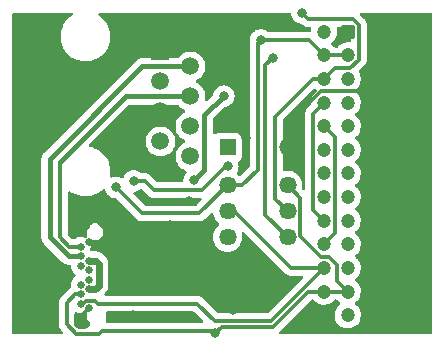
<source format=gbr>
%TF.GenerationSoftware,KiCad,Pcbnew,(6.0.5-0)*%
%TF.CreationDate,2022-06-16T12:53:31+02:00*%
%TF.ProjectId,Relay,52656c61-792e-46b6-9963-61645f706362,rev?*%
%TF.SameCoordinates,Original*%
%TF.FileFunction,Copper,L2,Bot*%
%TF.FilePolarity,Positive*%
%FSLAX46Y46*%
G04 Gerber Fmt 4.6, Leading zero omitted, Abs format (unit mm)*
G04 Created by KiCad (PCBNEW (6.0.5-0)) date 2022-06-16 12:53:31*
%MOMM*%
%LPD*%
G01*
G04 APERTURE LIST*
G04 Aperture macros list*
%AMRoundRect*
0 Rectangle with rounded corners*
0 $1 Rounding radius*
0 $2 $3 $4 $5 $6 $7 $8 $9 X,Y pos of 4 corners*
0 Add a 4 corners polygon primitive as box body*
4,1,4,$2,$3,$4,$5,$6,$7,$8,$9,$2,$3,0*
0 Add four circle primitives for the rounded corners*
1,1,$1+$1,$2,$3*
1,1,$1+$1,$4,$5*
1,1,$1+$1,$6,$7*
1,1,$1+$1,$8,$9*
0 Add four rect primitives between the rounded corners*
20,1,$1+$1,$2,$3,$4,$5,0*
20,1,$1+$1,$4,$5,$6,$7,0*
20,1,$1+$1,$6,$7,$8,$9,0*
20,1,$1+$1,$8,$9,$2,$3,0*%
G04 Aperture macros list end*
%TA.AperFunction,ComponentPad*%
%ADD10O,1.800000X0.950000*%
%TD*%
%TA.AperFunction,ComponentPad*%
%ADD11O,1.400000X0.800000*%
%TD*%
%TA.AperFunction,ComponentPad*%
%ADD12C,0.650000*%
%TD*%
%TA.AperFunction,ComponentPad*%
%ADD13R,1.500000X1.500000*%
%TD*%
%TA.AperFunction,ComponentPad*%
%ADD14C,1.500000*%
%TD*%
%TA.AperFunction,ComponentPad*%
%ADD15RoundRect,0.250000X-0.350000X0.350000X-0.350000X-0.350000X0.350000X-0.350000X0.350000X0.350000X0*%
%TD*%
%TA.AperFunction,ComponentPad*%
%ADD16C,1.200000*%
%TD*%
%TA.AperFunction,ComponentPad*%
%ADD17R,1.458000X1.458000*%
%TD*%
%TA.AperFunction,ComponentPad*%
%ADD18C,1.458000*%
%TD*%
%TA.AperFunction,ViaPad*%
%ADD19C,0.800000*%
%TD*%
%TA.AperFunction,ViaPad*%
%ADD20C,1.000000*%
%TD*%
%TA.AperFunction,Conductor*%
%ADD21C,0.300000*%
%TD*%
%TA.AperFunction,Conductor*%
%ADD22C,0.600000*%
%TD*%
%TA.AperFunction,Conductor*%
%ADD23C,0.400000*%
%TD*%
G04 APERTURE END LIST*
D10*
%TO.P,J2,31*%
%TO.N,GND*%
X149130000Y-79690000D03*
D11*
%TO.P,J2,32*%
X153640000Y-79330000D03*
%TO.P,J2,33*%
X153640000Y-71070000D03*
D10*
%TO.P,J2,34*%
X149130000Y-70710000D03*
D12*
%TO.P,J2,B1,GND*%
X154240000Y-78000000D03*
%TO.P,J2,B2,TX2+*%
%TO.N,CAN2_H*%
X153540000Y-77600000D03*
%TO.P,J2,B3,TX2-*%
%TO.N,CAN2_L*%
X153540000Y-76800000D03*
%TO.P,J2,B4,VBUS*%
%TO.N,+12V*%
X154240000Y-76400000D03*
%TO.P,J2,B5,CC2*%
%TO.N,unconnected-(J2-PadB5)*%
X153540000Y-76000000D03*
%TO.P,J2,B6,D+*%
%TO.N,unconnected-(J2-PadB6)*%
X154240000Y-75600000D03*
%TO.P,J2,B7,D-*%
%TO.N,unconnected-(J2-PadB7)*%
X154240000Y-74800000D03*
%TO.P,J2,B8,SBU2*%
%TO.N,SBU2*%
X153540000Y-74400000D03*
%TO.P,J2,B9,VBUS*%
%TO.N,+12V*%
X154240000Y-74000000D03*
%TO.P,J2,B10,RX1-*%
%TO.N,CAN3_L*%
X153540000Y-73600000D03*
%TO.P,J2,B11,RX1+*%
%TO.N,CAN3_H*%
X153540000Y-72800000D03*
%TO.P,J2,B12,GND*%
%TO.N,GND*%
X154240000Y-72400000D03*
%TD*%
D13*
%TO.P,J3,1*%
%TO.N,GND*%
X160300000Y-56257500D03*
D14*
%TO.P,J3,2*%
%TO.N,CAN3_L*%
X162840000Y-57527500D03*
%TO.P,J3,3*%
%TO.N,Net-(J3-Pad3)*%
X160300000Y-58797500D03*
%TO.P,J3,4*%
%TO.N,CAN3_H*%
X162840000Y-60067500D03*
%TO.P,J3,5*%
%TO.N,GND*%
X160300000Y-61337500D03*
%TO.P,J3,6*%
%TO.N,Net-(J3-Pad6)*%
X162840000Y-62607500D03*
%TO.P,J3,7*%
%TO.N,+12V*%
X160300000Y-63877500D03*
%TO.P,J3,8*%
X162840000Y-65147500D03*
%TD*%
D15*
%TO.P,J1,1,Pin_1*%
%TO.N,GND*%
X176150000Y-54592500D03*
D16*
%TO.P,J1,2,Pin_2*%
%TO.N,IGN*%
X174150000Y-54592500D03*
%TO.P,J1,3,Pin_3*%
%TO.N,CAN0_H*%
X176150000Y-56592500D03*
%TO.P,J1,4,Pin_4*%
X174150000Y-56592500D03*
%TO.P,J1,5,Pin_5*%
%TO.N,Net-(J1-Pad5)*%
X176150000Y-58592500D03*
%TO.P,J1,6,Pin_6*%
%TO.N,CAN0_L*%
X174150000Y-58592500D03*
%TO.P,J1,7,Pin_7*%
%TO.N,Net-(J1-Pad21)*%
X176150000Y-60592500D03*
%TO.P,J1,8,Pin_8*%
%TO.N,CAN1_H*%
X174150000Y-60592500D03*
%TO.P,J1,9,Pin_9*%
%TO.N,Net-(J1-Pad19)*%
X176150000Y-62592500D03*
%TO.P,J1,10,Pin_10*%
%TO.N,CAN1_L*%
X174150000Y-62592500D03*
%TO.P,J1,11,Pin_11*%
%TO.N,Net-(J1-Pad11)*%
X176150000Y-64592500D03*
%TO.P,J1,12,Pin_12*%
%TO.N,+12V*%
X174150000Y-64592500D03*
%TO.P,J1,13,Pin_13*%
%TO.N,Net-(J1-Pad13)*%
X176150000Y-66592500D03*
%TO.P,J1,14,Pin_14*%
%TO.N,+12V*%
X174150000Y-66592500D03*
%TO.P,J1,15,Pin_15*%
%TO.N,Net-(J1-Pad13)*%
X176150000Y-68592500D03*
%TO.P,J1,16,Pin_16*%
%TO.N,IGN*%
X174150000Y-68592500D03*
%TO.P,J1,17,Pin_17*%
%TO.N,Net-(J1-Pad11)*%
X176150000Y-70592500D03*
%TO.P,J1,18,Pin_18*%
%TO.N,CAN1_H*%
X174150000Y-70592500D03*
%TO.P,J1,19,Pin_19*%
%TO.N,Net-(J1-Pad19)*%
X176150000Y-72592500D03*
%TO.P,J1,20,Pin_20*%
%TO.N,CAN1_L*%
X174150000Y-72592500D03*
%TO.P,J1,21,Pin_21*%
%TO.N,Net-(J1-Pad21)*%
X176150000Y-74592500D03*
%TO.P,J1,22,Pin_22*%
%TO.N,CAN2_H*%
X174150000Y-74592500D03*
%TO.P,J1,23,Pin_23*%
%TO.N,CAN2_L*%
X176150000Y-76592500D03*
%TO.P,J1,24,Pin_24*%
X174150000Y-76592500D03*
%TO.P,J1,25,Pin_25*%
%TO.N,Net-(J1-Pad25)*%
X176150000Y-78592500D03*
%TO.P,J1,26,Pin_26*%
%TO.N,GND*%
X174150000Y-78592500D03*
%TD*%
D17*
%TO.P,K1,1*%
%TO.N,SBU1*%
X165974500Y-64390000D03*
D18*
%TO.P,K1,2*%
%TO.N,CAN0_H*%
X165974500Y-67590000D03*
%TO.P,K1,3*%
%TO.N,CAN2_H*%
X165974500Y-69790000D03*
%TO.P,K1,4*%
%TO.N,Relay_4*%
X165974500Y-71990000D03*
%TO.P,K1,5*%
%TO.N,Relay_5*%
X171054500Y-71990000D03*
%TO.P,K1,6*%
%TO.N,CAN0_L*%
X171054500Y-69790000D03*
%TO.P,K1,7*%
%TO.N,CAN2_L*%
X171054500Y-67590000D03*
%TO.P,K1,8*%
%TO.N,GND*%
X171054500Y-64390000D03*
%TD*%
D19*
%TO.N,GND*%
X161143750Y-70993750D03*
X160425000Y-71600000D03*
X178025000Y-59575000D03*
X160550000Y-54975000D03*
X154200000Y-69950000D03*
X157975000Y-78575000D03*
X167550000Y-63550000D03*
X166425000Y-78175000D03*
X162725000Y-68925000D03*
D20*
X178525000Y-55675000D03*
D19*
%TO.N,IGN*%
X165660000Y-60040000D03*
X163150000Y-67175000D03*
%TO.N,CAN0_H*%
X168800000Y-55275000D03*
X156525000Y-67775000D03*
%TO.N,CAN0_L*%
X166000000Y-65975000D03*
X158025000Y-67225000D03*
X172275000Y-53000000D03*
%TO.N,CAN2_L*%
X164950000Y-80100000D03*
%TO.N,Relay_5*%
X169800500Y-56815989D03*
%TD*%
D21*
%TO.N,GND*%
X153640000Y-71070000D02*
X153640000Y-70510000D01*
X153640000Y-70510000D02*
X154200000Y-69950000D01*
X154240000Y-78000000D02*
X153640000Y-78600000D01*
X153640000Y-78600000D02*
X153640000Y-79330000D01*
%TO.N,CAN2_L*%
X164950000Y-80100000D02*
X164750000Y-79900000D01*
X164750000Y-79900000D02*
X155354626Y-79900000D01*
X155354626Y-79900000D02*
X155104626Y-80150000D01*
X155104626Y-80150000D02*
X153125000Y-80150000D01*
X153125000Y-80150000D02*
X152350000Y-79375000D01*
X152350000Y-79375000D02*
X152350000Y-77530381D01*
X152350000Y-77530381D02*
X153080381Y-76800000D01*
X153080381Y-76800000D02*
X153540000Y-76800000D01*
%TO.N,GND*%
X154200000Y-69950000D02*
X154264629Y-69950000D01*
X154264629Y-69950000D02*
X155630000Y-71315371D01*
X155630000Y-71315371D02*
X155630000Y-71884629D01*
X155114629Y-72400000D02*
X154240000Y-72400000D01*
X155630000Y-71884629D02*
X155114629Y-72400000D01*
D22*
%TO.N,+12V*%
X154830000Y-74000000D02*
X155070000Y-74240000D01*
X154240000Y-74000000D02*
X154830000Y-74000000D01*
X155070000Y-74240000D02*
X155070000Y-76080000D01*
X154750000Y-76400000D02*
X154240000Y-76400000D01*
X155070000Y-76080000D02*
X154750000Y-76400000D01*
D21*
%TO.N,CAN3_H*%
X153540000Y-72800000D02*
X152590000Y-72800000D01*
X152590000Y-72800000D02*
X151800000Y-72010000D01*
X151800000Y-72010000D02*
X151800000Y-65612494D01*
D23*
%TO.N,CAN3_L*%
X162840000Y-57527500D02*
X158747500Y-57527500D01*
X158747500Y-57527500D02*
X150925000Y-65350000D01*
X150925000Y-65350000D02*
X150925000Y-72005000D01*
X150925000Y-72005000D02*
X152520000Y-73600000D01*
X152520000Y-73600000D02*
X153540000Y-73600000D01*
D21*
%TO.N,CAN2_H*%
X153540000Y-77600000D02*
X153721452Y-77600000D01*
X153721452Y-77600000D02*
X153970963Y-77350489D01*
X153970963Y-77350489D02*
X154770489Y-77350489D01*
X154770489Y-77350489D02*
X155020000Y-77600000D01*
X155020000Y-77600000D02*
X163400000Y-77600000D01*
X163400000Y-77600000D02*
X164900000Y-79100000D01*
X164900000Y-79100000D02*
X169642500Y-79100000D01*
X169642500Y-79100000D02*
X174150000Y-74592500D01*
%TO.N,GND*%
X171054500Y-64390000D02*
X171054500Y-62370500D01*
X171054500Y-62370500D02*
X173850000Y-59575000D01*
X173850000Y-59575000D02*
X178025000Y-59575000D01*
D23*
%TO.N,IGN*%
X164025000Y-66300000D02*
X164025000Y-61675000D01*
X163150000Y-67175000D02*
X164025000Y-66300000D01*
X164025000Y-61675000D02*
X165660000Y-60040000D01*
D21*
%TO.N,CAN0_H*%
X167235000Y-67590000D02*
X168525000Y-66300000D01*
X176150000Y-56592500D02*
X174150000Y-56592500D01*
X168525000Y-55550000D02*
X168800000Y-55275000D01*
X165974500Y-67590000D02*
X167235000Y-67590000D01*
X168800000Y-55275000D02*
X172832500Y-55275000D01*
X168525000Y-66300000D02*
X168525000Y-55550000D01*
X163599989Y-69964511D02*
X165974500Y-67590000D01*
X156525000Y-67775000D02*
X158714511Y-69964511D01*
X158714511Y-69964511D02*
X163599989Y-69964511D01*
X172832500Y-55275000D02*
X174150000Y-56592500D01*
%TO.N,CAN0_L*%
X172800000Y-53525000D02*
X176625000Y-53525000D01*
X172275000Y-53000000D02*
X172800000Y-53525000D01*
X175074511Y-57667989D02*
X174150000Y-58592500D01*
X158025000Y-67225000D02*
X158950000Y-67225000D01*
X170000989Y-61774011D02*
X173182500Y-58592500D01*
X171054500Y-69790000D02*
X170000989Y-68736489D01*
X159725000Y-68000000D02*
X163825000Y-68000000D01*
X177100000Y-54000000D02*
X177100000Y-56949957D01*
X170000989Y-68736489D02*
X170000989Y-61774011D01*
X165850000Y-65975000D02*
X166000000Y-65975000D01*
X176625000Y-53525000D02*
X177100000Y-54000000D01*
X158950000Y-67225000D02*
X159725000Y-68000000D01*
X177100000Y-56949957D02*
X176381968Y-57667989D01*
X176381968Y-57667989D02*
X175074511Y-57667989D01*
X163825000Y-68000000D02*
X165850000Y-65975000D01*
X173182500Y-58592500D02*
X174150000Y-58592500D01*
%TO.N,CAN1_H*%
X173225489Y-61517011D02*
X173225489Y-69667989D01*
X174150000Y-60592500D02*
X173225489Y-61517011D01*
X173225489Y-69667989D02*
X174150000Y-70592500D01*
%TO.N,CAN1_L*%
X175074511Y-71667989D02*
X174150000Y-72592500D01*
X175074511Y-63517011D02*
X175074511Y-71667989D01*
X174150000Y-62592500D02*
X175074511Y-63517011D01*
%TO.N,CAN2_L*%
X165475480Y-79574520D02*
X164950000Y-80100000D01*
X172108011Y-71857968D02*
X173918032Y-73667989D01*
X172821072Y-76592500D02*
X169839052Y-79574520D01*
X175225489Y-75667989D02*
X176150000Y-76592500D01*
X169839052Y-79574520D02*
X165475480Y-79574520D01*
X176150000Y-76592500D02*
X174150000Y-76592500D01*
X175225489Y-74350489D02*
X175225489Y-75667989D01*
X174542989Y-73667989D02*
X175225489Y-74350489D01*
X172108011Y-68643511D02*
X172108011Y-71857968D01*
X174150000Y-76592500D02*
X172821072Y-76592500D01*
X171054500Y-67590000D02*
X172108011Y-68643511D01*
X173918032Y-73667989D02*
X174542989Y-73667989D01*
D23*
%TO.N,CAN3_H*%
X162840000Y-60387800D02*
X162840000Y-60067500D01*
X157344994Y-60067500D02*
X162840000Y-60067500D01*
X151800000Y-65612494D02*
X157344994Y-60067500D01*
D21*
%TO.N,CAN2_H*%
X165974500Y-69790000D02*
X166540000Y-69790000D01*
X171342500Y-74592500D02*
X174150000Y-74592500D01*
X166540000Y-69790000D02*
X171342500Y-74592500D01*
%TO.N,Relay_5*%
X169800500Y-56815989D02*
X169175000Y-57441489D01*
X169175000Y-57441489D02*
X169175000Y-70110500D01*
X169175000Y-70110500D02*
X171054500Y-71990000D01*
%TD*%
%TA.AperFunction,Conductor*%
%TO.N,GND*%
G36*
X152825479Y-52988502D02*
G01*
X152871972Y-53042158D01*
X152882076Y-53112432D01*
X152852582Y-53177012D01*
X152829811Y-53197585D01*
X152619977Y-53345059D01*
X152604892Y-53359077D01*
X152419638Y-53531226D01*
X152409378Y-53540760D01*
X152227287Y-53763232D01*
X152077073Y-54008358D01*
X152075347Y-54012291D01*
X152075346Y-54012292D01*
X152009462Y-54162380D01*
X151961517Y-54271602D01*
X151960342Y-54275729D01*
X151960341Y-54275730D01*
X151934405Y-54366780D01*
X151882756Y-54548094D01*
X151842249Y-54832716D01*
X151842227Y-54837005D01*
X151842226Y-54837012D01*
X151840765Y-55115917D01*
X151840743Y-55120203D01*
X151841302Y-55124447D01*
X151841302Y-55124451D01*
X151857810Y-55249840D01*
X151878268Y-55405234D01*
X151954129Y-55682536D01*
X151955813Y-55686484D01*
X152052857Y-55913998D01*
X152066923Y-55946976D01*
X152113542Y-56024871D01*
X152180724Y-56137123D01*
X152214561Y-56193661D01*
X152394313Y-56418028D01*
X152422138Y-56444433D01*
X152547765Y-56563648D01*
X152602851Y-56615923D01*
X152836317Y-56783686D01*
X152840112Y-56785695D01*
X152840113Y-56785696D01*
X152861869Y-56797215D01*
X153090392Y-56918212D01*
X153212546Y-56962914D01*
X153347213Y-57012195D01*
X153360373Y-57017011D01*
X153641264Y-57078255D01*
X153669841Y-57080504D01*
X153864282Y-57095807D01*
X153864291Y-57095807D01*
X153866739Y-57096000D01*
X154022271Y-57096000D01*
X154024407Y-57095854D01*
X154024418Y-57095854D01*
X154232548Y-57081665D01*
X154232554Y-57081664D01*
X154236825Y-57081373D01*
X154241020Y-57080504D01*
X154241022Y-57080504D01*
X154432625Y-57040825D01*
X154518342Y-57023074D01*
X154789343Y-56927107D01*
X154999363Y-56818708D01*
X155041005Y-56797215D01*
X155041006Y-56797215D01*
X155044812Y-56795250D01*
X155048313Y-56792789D01*
X155048317Y-56792787D01*
X155276205Y-56632624D01*
X155280023Y-56629941D01*
X155472890Y-56450718D01*
X155487479Y-56437161D01*
X155487481Y-56437158D01*
X155490622Y-56434240D01*
X155672713Y-56211768D01*
X155822927Y-55966642D01*
X155938483Y-55703398D01*
X156017244Y-55426906D01*
X156057751Y-55142284D01*
X156057845Y-55124451D01*
X156059235Y-54859083D01*
X156059235Y-54859076D01*
X156059257Y-54854797D01*
X156021732Y-54569766D01*
X156004208Y-54505707D01*
X155976612Y-54404834D01*
X155945871Y-54292464D01*
X155889043Y-54159233D01*
X155834763Y-54031976D01*
X155834761Y-54031972D01*
X155833077Y-54028024D01*
X155754163Y-53896169D01*
X155687643Y-53785021D01*
X155687640Y-53785017D01*
X155685439Y-53781339D01*
X155505687Y-53556972D01*
X155297149Y-53359077D01*
X155071348Y-53196822D01*
X155027700Y-53140828D01*
X155021254Y-53070124D01*
X155054057Y-53007160D01*
X155115693Y-52971926D01*
X155144874Y-52968500D01*
X171244734Y-52968500D01*
X171312855Y-52988502D01*
X171359348Y-53042158D01*
X171370044Y-53081330D01*
X171381458Y-53189928D01*
X171440473Y-53371556D01*
X171535960Y-53536944D01*
X171540378Y-53541851D01*
X171540379Y-53541852D01*
X171622403Y-53632949D01*
X171663747Y-53678866D01*
X171693093Y-53700187D01*
X171800182Y-53777992D01*
X171818248Y-53791118D01*
X171824276Y-53793802D01*
X171824278Y-53793803D01*
X171900114Y-53827567D01*
X171992712Y-53868794D01*
X172085680Y-53888555D01*
X172173056Y-53907128D01*
X172173061Y-53907128D01*
X172179513Y-53908500D01*
X172197839Y-53908500D01*
X172265960Y-53928502D01*
X172288336Y-53948344D01*
X172288584Y-53948080D01*
X172340257Y-53996604D01*
X172343099Y-53999359D01*
X172363667Y-54019927D01*
X172367170Y-54022644D01*
X172376195Y-54030352D01*
X172409867Y-54061972D01*
X172416818Y-54065793D01*
X172416819Y-54065794D01*
X172428658Y-54072303D01*
X172445182Y-54083157D01*
X172455865Y-54091443D01*
X172462132Y-54096304D01*
X172469407Y-54099452D01*
X172504536Y-54114654D01*
X172515181Y-54119869D01*
X172555663Y-54142124D01*
X172563337Y-54144094D01*
X172563344Y-54144097D01*
X172576426Y-54147455D01*
X172595134Y-54153860D01*
X172614823Y-54162380D01*
X172622649Y-54163619D01*
X172622651Y-54163620D01*
X172647159Y-54167501D01*
X172660459Y-54169608D01*
X172672070Y-54172012D01*
X172703107Y-54179981D01*
X172709135Y-54181529D01*
X172709136Y-54181529D01*
X172716812Y-54183500D01*
X172738258Y-54183500D01*
X172757968Y-54185051D01*
X172771322Y-54187166D01*
X172771323Y-54187166D01*
X172779152Y-54188406D01*
X172825141Y-54184059D01*
X172836996Y-54183500D01*
X172945148Y-54183500D01*
X173013269Y-54203502D01*
X173059762Y-54257158D01*
X173069866Y-54327432D01*
X173065481Y-54346861D01*
X173062793Y-54355518D01*
X173062792Y-54355524D01*
X173061078Y-54361043D01*
X173046080Y-54487763D01*
X173043956Y-54505707D01*
X173016086Y-54571004D01*
X172957337Y-54610868D01*
X172915688Y-54614729D01*
X172915688Y-54616500D01*
X172894241Y-54616500D01*
X172874531Y-54614949D01*
X172861177Y-54612834D01*
X172853348Y-54611594D01*
X172807359Y-54615941D01*
X172795504Y-54616500D01*
X169480224Y-54616500D01*
X169412103Y-54596498D01*
X169406163Y-54592436D01*
X169405909Y-54592251D01*
X169339450Y-54543966D01*
X169262094Y-54487763D01*
X169262093Y-54487762D01*
X169256752Y-54483882D01*
X169250724Y-54481198D01*
X169250722Y-54481197D01*
X169088319Y-54408891D01*
X169088318Y-54408891D01*
X169082288Y-54406206D01*
X168978128Y-54384066D01*
X168901944Y-54367872D01*
X168901939Y-54367872D01*
X168895487Y-54366500D01*
X168704513Y-54366500D01*
X168698061Y-54367872D01*
X168698056Y-54367872D01*
X168621872Y-54384066D01*
X168517712Y-54406206D01*
X168511682Y-54408891D01*
X168511681Y-54408891D01*
X168349278Y-54481197D01*
X168349276Y-54481198D01*
X168343248Y-54483882D01*
X168337907Y-54487762D01*
X168337906Y-54487763D01*
X168287843Y-54524136D01*
X168188747Y-54596134D01*
X168184326Y-54601044D01*
X168184325Y-54601045D01*
X168142898Y-54647055D01*
X168060960Y-54738056D01*
X167965473Y-54903444D01*
X167906458Y-55085072D01*
X167905768Y-55091633D01*
X167905768Y-55091635D01*
X167902319Y-55124451D01*
X167886496Y-55275000D01*
X167887186Y-55281565D01*
X167887186Y-55281566D01*
X167891418Y-55321833D01*
X167887583Y-55364819D01*
X167887620Y-55364825D01*
X167886381Y-55372648D01*
X167886380Y-55372651D01*
X167880394Y-55410448D01*
X167877987Y-55422071D01*
X167870798Y-55450072D01*
X167866500Y-55466812D01*
X167866500Y-55488259D01*
X167864949Y-55507969D01*
X167861594Y-55529152D01*
X167862340Y-55537043D01*
X167865941Y-55575138D01*
X167866500Y-55586996D01*
X167866500Y-65975050D01*
X167846498Y-66043171D01*
X167829595Y-66064146D01*
X167103259Y-66790481D01*
X167040947Y-66824506D01*
X166970131Y-66819441D01*
X166925069Y-66790480D01*
X166773545Y-66638956D01*
X166739519Y-66576644D01*
X166744584Y-66505829D01*
X166753515Y-66486872D01*
X166834527Y-66346556D01*
X166893542Y-66164928D01*
X166898432Y-66118408D01*
X166912814Y-65981565D01*
X166913504Y-65975000D01*
X166900113Y-65847591D01*
X166894233Y-65791642D01*
X166894232Y-65791638D01*
X166893542Y-65785072D01*
X166889999Y-65774166D01*
X166874530Y-65726561D01*
X166872502Y-65655594D01*
X166909164Y-65594795D01*
X166934922Y-65578897D01*
X166933926Y-65577077D01*
X166941802Y-65572765D01*
X166950205Y-65569615D01*
X166957384Y-65564235D01*
X166957387Y-65564233D01*
X167059581Y-65487642D01*
X167066761Y-65482261D01*
X167154115Y-65365705D01*
X167205245Y-65229316D01*
X167212000Y-65167134D01*
X167212000Y-63612866D01*
X167205245Y-63550684D01*
X167154115Y-63414295D01*
X167066761Y-63297739D01*
X166950205Y-63210385D01*
X166813816Y-63159255D01*
X166751634Y-63152500D01*
X165197366Y-63152500D01*
X165135184Y-63159255D01*
X164998795Y-63210385D01*
X164988943Y-63217769D01*
X164935065Y-63258148D01*
X164868559Y-63282996D01*
X164799176Y-63267943D01*
X164748946Y-63217769D01*
X164733500Y-63157322D01*
X164733500Y-62020660D01*
X164753502Y-61952539D01*
X164770401Y-61931569D01*
X165726536Y-60975435D01*
X165789432Y-60941285D01*
X165842105Y-60930089D01*
X165942288Y-60908794D01*
X165999246Y-60883435D01*
X166110722Y-60833803D01*
X166110724Y-60833802D01*
X166116752Y-60831118D01*
X166271253Y-60718866D01*
X166381698Y-60596204D01*
X166394621Y-60581852D01*
X166394622Y-60581851D01*
X166399040Y-60576944D01*
X166480432Y-60435969D01*
X166491223Y-60417279D01*
X166491224Y-60417278D01*
X166494527Y-60411556D01*
X166553542Y-60229928D01*
X166556782Y-60199106D01*
X166572814Y-60046565D01*
X166573504Y-60040000D01*
X166567896Y-59986646D01*
X166554232Y-59856635D01*
X166554232Y-59856633D01*
X166553542Y-59850072D01*
X166494527Y-59668444D01*
X166399040Y-59503056D01*
X166348121Y-59446504D01*
X166275675Y-59366045D01*
X166275674Y-59366044D01*
X166271253Y-59361134D01*
X166147697Y-59271365D01*
X166122094Y-59252763D01*
X166122093Y-59252762D01*
X166116752Y-59248882D01*
X166110724Y-59246198D01*
X166110722Y-59246197D01*
X165948319Y-59173891D01*
X165948318Y-59173891D01*
X165942288Y-59171206D01*
X165838401Y-59149124D01*
X165761944Y-59132872D01*
X165761939Y-59132872D01*
X165755487Y-59131500D01*
X165564513Y-59131500D01*
X165558061Y-59132872D01*
X165558056Y-59132872D01*
X165481599Y-59149124D01*
X165377712Y-59171206D01*
X165371682Y-59173891D01*
X165371681Y-59173891D01*
X165209278Y-59246197D01*
X165209276Y-59246198D01*
X165203248Y-59248882D01*
X165197907Y-59252762D01*
X165197906Y-59252763D01*
X165172303Y-59271365D01*
X165048747Y-59361134D01*
X165044326Y-59366044D01*
X165044325Y-59366045D01*
X164971880Y-59446504D01*
X164920960Y-59503056D01*
X164825473Y-59668444D01*
X164813199Y-59706218D01*
X164768537Y-59843675D01*
X164766458Y-59850072D01*
X164765768Y-59856635D01*
X164765768Y-59856637D01*
X164761550Y-59896770D01*
X164734537Y-59962427D01*
X164725335Y-59972695D01*
X164296087Y-60401943D01*
X164233775Y-60435969D01*
X164162960Y-60430904D01*
X164106124Y-60388357D01*
X164081313Y-60321837D01*
X164082880Y-60291481D01*
X164084115Y-60286871D01*
X164103307Y-60067500D01*
X164084115Y-59848129D01*
X164027120Y-59635424D01*
X163982766Y-59540306D01*
X163936382Y-59440834D01*
X163936379Y-59440829D01*
X163934056Y-59435847D01*
X163930899Y-59431338D01*
X163810908Y-59259973D01*
X163810906Y-59259970D01*
X163807749Y-59255462D01*
X163652038Y-59099751D01*
X163471654Y-58973444D01*
X163466672Y-58971121D01*
X163466667Y-58971118D01*
X163339232Y-58911695D01*
X163285947Y-58864778D01*
X163266486Y-58796501D01*
X163287028Y-58728541D01*
X163339232Y-58683305D01*
X163466667Y-58623882D01*
X163466672Y-58623879D01*
X163471654Y-58621556D01*
X163581538Y-58544614D01*
X163647527Y-58498408D01*
X163647529Y-58498406D01*
X163652038Y-58495249D01*
X163807749Y-58339538D01*
X163818885Y-58323635D01*
X163930899Y-58163662D01*
X163930900Y-58163660D01*
X163934056Y-58159153D01*
X163936379Y-58154171D01*
X163936382Y-58154166D01*
X164001030Y-58015527D01*
X164027120Y-57959576D01*
X164084115Y-57746871D01*
X164103307Y-57527500D01*
X164084115Y-57308129D01*
X164027120Y-57095424D01*
X163972660Y-56978634D01*
X163936382Y-56900834D01*
X163936379Y-56900829D01*
X163934056Y-56895847D01*
X163930899Y-56891338D01*
X163810908Y-56719973D01*
X163810906Y-56719970D01*
X163807749Y-56715462D01*
X163652038Y-56559751D01*
X163471654Y-56433444D01*
X163272076Y-56340380D01*
X163059371Y-56283385D01*
X162840000Y-56264193D01*
X162620629Y-56283385D01*
X162407924Y-56340380D01*
X162314781Y-56383813D01*
X162213334Y-56431118D01*
X162213329Y-56431121D01*
X162208347Y-56433444D01*
X162203840Y-56436600D01*
X162203838Y-56436601D01*
X162032473Y-56556592D01*
X162032470Y-56556594D01*
X162027962Y-56559751D01*
X161872251Y-56715462D01*
X161869094Y-56719970D01*
X161869092Y-56719973D01*
X161837374Y-56765271D01*
X161781916Y-56809599D01*
X161734161Y-56819000D01*
X158776427Y-56819000D01*
X158767858Y-56818708D01*
X158717725Y-56815290D01*
X158717721Y-56815290D01*
X158710148Y-56814774D01*
X158647181Y-56825764D01*
X158640669Y-56826724D01*
X158577258Y-56834398D01*
X158570157Y-56837081D01*
X158567548Y-56837722D01*
X158551228Y-56842187D01*
X158548695Y-56842952D01*
X158541217Y-56844257D01*
X158482690Y-56869948D01*
X158476608Y-56872430D01*
X158456253Y-56880122D01*
X158423949Y-56892328D01*
X158423947Y-56892329D01*
X158416844Y-56895013D01*
X158410585Y-56899314D01*
X158408220Y-56900551D01*
X158393448Y-56908773D01*
X158391156Y-56910128D01*
X158384195Y-56913184D01*
X158378168Y-56917809D01*
X158378164Y-56917811D01*
X158333487Y-56952093D01*
X158328162Y-56955962D01*
X158275519Y-56992143D01*
X158270467Y-56997813D01*
X158270466Y-56997814D01*
X158234073Y-57038661D01*
X158229092Y-57043937D01*
X150444480Y-64828550D01*
X150438215Y-64834404D01*
X150394615Y-64872439D01*
X150390248Y-64878653D01*
X150357872Y-64924719D01*
X150353939Y-64930014D01*
X150314524Y-64980282D01*
X150311401Y-64987198D01*
X150310017Y-64989484D01*
X150301643Y-65004165D01*
X150300378Y-65006525D01*
X150296010Y-65012739D01*
X150275783Y-65064620D01*
X150272798Y-65072275D01*
X150270247Y-65078344D01*
X150243955Y-65136573D01*
X150242571Y-65144040D01*
X150241770Y-65146595D01*
X150237141Y-65162848D01*
X150236478Y-65165428D01*
X150233718Y-65172509D01*
X150227729Y-65218004D01*
X150225379Y-65235852D01*
X150224348Y-65242359D01*
X150212704Y-65305186D01*
X150213141Y-65312766D01*
X150213141Y-65312767D01*
X150216291Y-65367392D01*
X150216500Y-65374646D01*
X150216500Y-71976088D01*
X150216208Y-71984658D01*
X150214071Y-72016010D01*
X150212275Y-72042352D01*
X150213580Y-72049829D01*
X150213580Y-72049830D01*
X150223261Y-72105299D01*
X150224223Y-72111821D01*
X150231898Y-72175242D01*
X150234581Y-72182343D01*
X150235222Y-72184952D01*
X150239685Y-72201262D01*
X150240450Y-72203798D01*
X150241757Y-72211284D01*
X150264518Y-72263133D01*
X150267442Y-72269795D01*
X150269933Y-72275899D01*
X150292513Y-72335656D01*
X150296817Y-72341919D01*
X150298054Y-72344285D01*
X150306299Y-72359097D01*
X150307632Y-72361351D01*
X150310685Y-72368305D01*
X150347806Y-72416680D01*
X150349579Y-72418991D01*
X150353459Y-72424332D01*
X150385339Y-72470720D01*
X150385344Y-72470725D01*
X150389643Y-72476981D01*
X150395313Y-72482032D01*
X150395314Y-72482034D01*
X150436170Y-72518435D01*
X150441446Y-72523416D01*
X151998550Y-74080520D01*
X152004404Y-74086785D01*
X152042439Y-74130385D01*
X152071617Y-74150891D01*
X152094697Y-74167112D01*
X152099993Y-74171045D01*
X152150282Y-74210477D01*
X152157204Y-74213602D01*
X152159452Y-74214964D01*
X152174185Y-74223368D01*
X152176524Y-74224622D01*
X152182739Y-74228990D01*
X152189815Y-74231749D01*
X152189819Y-74231751D01*
X152242274Y-74252202D01*
X152248352Y-74254757D01*
X152306574Y-74281045D01*
X152314045Y-74282429D01*
X152316599Y-74283230D01*
X152332878Y-74287867D01*
X152335433Y-74288523D01*
X152342509Y-74291282D01*
X152370962Y-74295028D01*
X152405851Y-74299621D01*
X152412367Y-74300653D01*
X152454706Y-74308500D01*
X152475187Y-74312296D01*
X152482767Y-74311859D01*
X152482768Y-74311859D01*
X152537398Y-74308709D01*
X152544651Y-74308500D01*
X152578841Y-74308500D01*
X152646962Y-74328502D01*
X152693455Y-74382158D01*
X152704151Y-74421329D01*
X152720223Y-74574249D01*
X152774366Y-74740882D01*
X152777669Y-74746603D01*
X152858667Y-74886898D01*
X152858670Y-74886902D01*
X152861970Y-74892618D01*
X152979208Y-75022823D01*
X153082478Y-75097853D01*
X153082768Y-75098064D01*
X153126122Y-75154286D01*
X153132197Y-75225023D01*
X153099065Y-75287814D01*
X153082768Y-75301936D01*
X153051494Y-75324658D01*
X152979208Y-75377177D01*
X152974795Y-75382079D01*
X152974793Y-75382080D01*
X152899145Y-75466095D01*
X152861970Y-75507382D01*
X152858670Y-75513098D01*
X152858667Y-75513102D01*
X152808158Y-75600588D01*
X152774366Y-75659118D01*
X152720223Y-75825751D01*
X152719533Y-75832317D01*
X152719532Y-75832321D01*
X152703034Y-75989293D01*
X152701909Y-76000000D01*
X152702599Y-76006565D01*
X152719342Y-76165871D01*
X152706570Y-76235709D01*
X152673964Y-76275316D01*
X152673574Y-76275547D01*
X152658410Y-76290711D01*
X152643377Y-76303551D01*
X152626024Y-76316159D01*
X152603503Y-76343382D01*
X152596579Y-76351752D01*
X152588589Y-76360532D01*
X151942395Y-77006726D01*
X151933615Y-77014716D01*
X151933613Y-77014718D01*
X151926920Y-77018965D01*
X151921494Y-77024743D01*
X151921493Y-77024744D01*
X151878396Y-77070638D01*
X151875641Y-77073480D01*
X151855073Y-77094048D01*
X151852356Y-77097551D01*
X151844648Y-77106576D01*
X151813028Y-77140248D01*
X151809207Y-77147199D01*
X151809206Y-77147200D01*
X151802697Y-77159039D01*
X151791843Y-77175563D01*
X151784018Y-77185652D01*
X151778696Y-77192513D01*
X151775549Y-77199785D01*
X151775548Y-77199787D01*
X151760346Y-77234916D01*
X151755124Y-77245576D01*
X151741146Y-77271002D01*
X151732876Y-77286044D01*
X151727541Y-77306822D01*
X151721142Y-77325512D01*
X151712620Y-77345205D01*
X151711380Y-77353036D01*
X151705394Y-77390829D01*
X151702987Y-77402452D01*
X151691500Y-77447193D01*
X151691500Y-77468640D01*
X151689949Y-77488350D01*
X151686594Y-77509533D01*
X151687340Y-77517424D01*
X151690941Y-77555519D01*
X151691500Y-77567377D01*
X151691500Y-79292944D01*
X151690941Y-79304800D01*
X151689212Y-79312537D01*
X151689461Y-79320459D01*
X151691438Y-79383369D01*
X151691500Y-79387327D01*
X151691500Y-79416432D01*
X151692056Y-79420832D01*
X151692988Y-79432664D01*
X151694438Y-79478831D01*
X151696650Y-79486444D01*
X151696650Y-79486445D01*
X151700419Y-79499416D01*
X151704430Y-79518782D01*
X151707118Y-79540064D01*
X151710034Y-79547429D01*
X151710035Y-79547433D01*
X151724126Y-79583021D01*
X151727965Y-79594231D01*
X151740855Y-79638600D01*
X151751775Y-79657065D01*
X151760466Y-79674805D01*
X151768365Y-79694756D01*
X151795516Y-79732126D01*
X151802033Y-79742048D01*
X151821507Y-79774977D01*
X151821510Y-79774981D01*
X151825547Y-79781807D01*
X151840711Y-79796971D01*
X151853551Y-79812004D01*
X151866159Y-79829357D01*
X151901752Y-79858802D01*
X151910532Y-79866792D01*
X152050145Y-80006405D01*
X152084171Y-80068717D01*
X152079106Y-80139532D01*
X152036559Y-80196368D01*
X151970039Y-80221179D01*
X151961050Y-80221500D01*
X147884500Y-80221500D01*
X147816379Y-80201498D01*
X147769886Y-80147842D01*
X147758500Y-80095500D01*
X147758500Y-53094500D01*
X147778502Y-53026379D01*
X147832158Y-52979886D01*
X147884500Y-52968500D01*
X152757358Y-52968500D01*
X152825479Y-52988502D01*
G37*
%TD.AperFunction*%
%TA.AperFunction,Conductor*%
G36*
X183263621Y-52988502D02*
G01*
X183310114Y-53042158D01*
X183321500Y-53094500D01*
X183321500Y-80095500D01*
X183301498Y-80163621D01*
X183247842Y-80210114D01*
X183195500Y-80221500D01*
X170427522Y-80221500D01*
X170359401Y-80201498D01*
X170312908Y-80147842D01*
X170302804Y-80077568D01*
X170332298Y-80012988D01*
X170338427Y-80006405D01*
X173056927Y-77287905D01*
X173119239Y-77253879D01*
X173146022Y-77251000D01*
X173192655Y-77251000D01*
X173260776Y-77271002D01*
X173295551Y-77304279D01*
X173303479Y-77315497D01*
X173449410Y-77457657D01*
X173454206Y-77460862D01*
X173454209Y-77460864D01*
X173527684Y-77509958D01*
X173618803Y-77570842D01*
X173624106Y-77573120D01*
X173624109Y-77573122D01*
X173713115Y-77611362D01*
X173805987Y-77651263D01*
X173878817Y-77667743D01*
X173999055Y-77694950D01*
X173999060Y-77694951D01*
X174004692Y-77696225D01*
X174010463Y-77696452D01*
X174010465Y-77696452D01*
X174073470Y-77698927D01*
X174208263Y-77704223D01*
X174409883Y-77674990D01*
X174415347Y-77673135D01*
X174415352Y-77673134D01*
X174597327Y-77611362D01*
X174597332Y-77611360D01*
X174602799Y-77609504D01*
X174633982Y-77592041D01*
X174699196Y-77555519D01*
X174780551Y-77509958D01*
X174937186Y-77379686D01*
X175006429Y-77296430D01*
X175065365Y-77256847D01*
X175103302Y-77251000D01*
X175192655Y-77251000D01*
X175260776Y-77271002D01*
X175295551Y-77304279D01*
X175303479Y-77315497D01*
X175449410Y-77457657D01*
X175454210Y-77460864D01*
X175491572Y-77485829D01*
X175537100Y-77540306D01*
X175545947Y-77610749D01*
X175515306Y-77674793D01*
X175497770Y-77690601D01*
X175495649Y-77691863D01*
X175342478Y-77826190D01*
X175338911Y-77830715D01*
X175338906Y-77830720D01*
X175252331Y-77940540D01*
X175216351Y-77986181D01*
X175121492Y-78166478D01*
X175072019Y-78325808D01*
X175066236Y-78344433D01*
X175061078Y-78361043D01*
X175037132Y-78563359D01*
X175050457Y-78766651D01*
X175100605Y-78964110D01*
X175185898Y-79149124D01*
X175303479Y-79315497D01*
X175307613Y-79319524D01*
X175417660Y-79426727D01*
X175449410Y-79457657D01*
X175454206Y-79460862D01*
X175454209Y-79460864D01*
X175583769Y-79547433D01*
X175618803Y-79570842D01*
X175624106Y-79573120D01*
X175624109Y-79573122D01*
X175713115Y-79611362D01*
X175805987Y-79651263D01*
X175869317Y-79665593D01*
X175999055Y-79694950D01*
X175999060Y-79694951D01*
X176004692Y-79696225D01*
X176010463Y-79696452D01*
X176010465Y-79696452D01*
X176073470Y-79698927D01*
X176208263Y-79704223D01*
X176409883Y-79674990D01*
X176415347Y-79673135D01*
X176415352Y-79673134D01*
X176597327Y-79611362D01*
X176597332Y-79611360D01*
X176602799Y-79609504D01*
X176780551Y-79509958D01*
X176937186Y-79379686D01*
X177067458Y-79223051D01*
X177167004Y-79045299D01*
X177168860Y-79039832D01*
X177168862Y-79039827D01*
X177230634Y-78857852D01*
X177230635Y-78857847D01*
X177232490Y-78852383D01*
X177261723Y-78650763D01*
X177263249Y-78592500D01*
X177251395Y-78463492D01*
X177245137Y-78395380D01*
X177245136Y-78395377D01*
X177244608Y-78389626D01*
X177189307Y-78193547D01*
X177178680Y-78171996D01*
X177101756Y-78016010D01*
X177099201Y-78010829D01*
X177080796Y-77986181D01*
X176980758Y-77852215D01*
X176980758Y-77852214D01*
X176977305Y-77847591D01*
X176827703Y-77709300D01*
X176822822Y-77706220D01*
X176822819Y-77706218D01*
X176811272Y-77698933D01*
X176764334Y-77645667D01*
X176753644Y-77575480D01*
X176782598Y-77510655D01*
X176797938Y-77495497D01*
X176806532Y-77488350D01*
X176937186Y-77379686D01*
X177067458Y-77223051D01*
X177152014Y-77072066D01*
X177164180Y-77050342D01*
X177164181Y-77050340D01*
X177167004Y-77045299D01*
X177168860Y-77039832D01*
X177168862Y-77039827D01*
X177230634Y-76857852D01*
X177230635Y-76857847D01*
X177232490Y-76852383D01*
X177261723Y-76650763D01*
X177263249Y-76592500D01*
X177249943Y-76447687D01*
X177245137Y-76395380D01*
X177245136Y-76395377D01*
X177244608Y-76389626D01*
X177243040Y-76384066D01*
X177190875Y-76199106D01*
X177190874Y-76199104D01*
X177189307Y-76193547D01*
X177179791Y-76174249D01*
X177101756Y-76016010D01*
X177099201Y-76010829D01*
X177087872Y-75995657D01*
X176980758Y-75852215D01*
X176980758Y-75852214D01*
X176977305Y-75847591D01*
X176827703Y-75709300D01*
X176822822Y-75706220D01*
X176822819Y-75706218D01*
X176811272Y-75698933D01*
X176764334Y-75645667D01*
X176753644Y-75575480D01*
X176782598Y-75510655D01*
X176797938Y-75495497D01*
X176833291Y-75466095D01*
X176937186Y-75379686D01*
X177067458Y-75223051D01*
X177167004Y-75045299D01*
X177168860Y-75039832D01*
X177168862Y-75039827D01*
X177230634Y-74857852D01*
X177230635Y-74857847D01*
X177232490Y-74852383D01*
X177261723Y-74650763D01*
X177263249Y-74592500D01*
X177244608Y-74389626D01*
X177216872Y-74291282D01*
X177190875Y-74199106D01*
X177190874Y-74199104D01*
X177189307Y-74193547D01*
X177171669Y-74157779D01*
X177101756Y-74016010D01*
X177099201Y-74010829D01*
X177047210Y-73941204D01*
X176980758Y-73852215D01*
X176980758Y-73852214D01*
X176977305Y-73847591D01*
X176861563Y-73740600D01*
X176831943Y-73713219D01*
X176831940Y-73713217D01*
X176827703Y-73709300D01*
X176822822Y-73706220D01*
X176822819Y-73706218D01*
X176811272Y-73698933D01*
X176764334Y-73645667D01*
X176753644Y-73575480D01*
X176782598Y-73510655D01*
X176797938Y-73495497D01*
X176870919Y-73434800D01*
X176937186Y-73379686D01*
X177067458Y-73223051D01*
X177167004Y-73045299D01*
X177168860Y-73039832D01*
X177168862Y-73039827D01*
X177230634Y-72857852D01*
X177230635Y-72857847D01*
X177232490Y-72852383D01*
X177261723Y-72650763D01*
X177263249Y-72592500D01*
X177248611Y-72433190D01*
X177245137Y-72395380D01*
X177245136Y-72395377D01*
X177244608Y-72389626D01*
X177243040Y-72384066D01*
X177190875Y-72199106D01*
X177190874Y-72199104D01*
X177189307Y-72193547D01*
X177185069Y-72184952D01*
X177101756Y-72016010D01*
X177099201Y-72010829D01*
X177092277Y-72001556D01*
X176980758Y-71852215D01*
X176980758Y-71852214D01*
X176977305Y-71847591D01*
X176847104Y-71727234D01*
X176831943Y-71713219D01*
X176831940Y-71713217D01*
X176827703Y-71709300D01*
X176822822Y-71706220D01*
X176822819Y-71706218D01*
X176811272Y-71698933D01*
X176764334Y-71645667D01*
X176753644Y-71575480D01*
X176782598Y-71510655D01*
X176797938Y-71495497D01*
X176825270Y-71472766D01*
X176937186Y-71379686D01*
X177067458Y-71223051D01*
X177167004Y-71045299D01*
X177168860Y-71039832D01*
X177168862Y-71039827D01*
X177230634Y-70857852D01*
X177230635Y-70857847D01*
X177232490Y-70852383D01*
X177261723Y-70650763D01*
X177263249Y-70592500D01*
X177249799Y-70446125D01*
X177245137Y-70395380D01*
X177245136Y-70395377D01*
X177244608Y-70389626D01*
X177203662Y-70244445D01*
X177190875Y-70199106D01*
X177190874Y-70199104D01*
X177189307Y-70193547D01*
X177170949Y-70156319D01*
X177101756Y-70016010D01*
X177099201Y-70010829D01*
X177095379Y-70005710D01*
X176980758Y-69852215D01*
X176980758Y-69852214D01*
X176977305Y-69847591D01*
X176827703Y-69709300D01*
X176822822Y-69706220D01*
X176822819Y-69706218D01*
X176811272Y-69698933D01*
X176764334Y-69645667D01*
X176753644Y-69575480D01*
X176782598Y-69510655D01*
X176797938Y-69495497D01*
X176797963Y-69495477D01*
X176937186Y-69379686D01*
X177067458Y-69223051D01*
X177167004Y-69045299D01*
X177168860Y-69039832D01*
X177168862Y-69039827D01*
X177230634Y-68857852D01*
X177230635Y-68857847D01*
X177232490Y-68852383D01*
X177261723Y-68650763D01*
X177263249Y-68592500D01*
X177250307Y-68451644D01*
X177245137Y-68395380D01*
X177245136Y-68395377D01*
X177244608Y-68389626D01*
X177202290Y-68239581D01*
X177190875Y-68199106D01*
X177190874Y-68199104D01*
X177189307Y-68193547D01*
X177186519Y-68187892D01*
X177101756Y-68016010D01*
X177099201Y-68010829D01*
X177056872Y-67954143D01*
X176980758Y-67852215D01*
X176980758Y-67852214D01*
X176977305Y-67847591D01*
X176827703Y-67709300D01*
X176822822Y-67706220D01*
X176822819Y-67706218D01*
X176811272Y-67698933D01*
X176764334Y-67645667D01*
X176753644Y-67575480D01*
X176782598Y-67510655D01*
X176797938Y-67495497D01*
X176830470Y-67468441D01*
X176937186Y-67379686D01*
X177067458Y-67223051D01*
X177167004Y-67045299D01*
X177168860Y-67039832D01*
X177168862Y-67039827D01*
X177230634Y-66857852D01*
X177230635Y-66857847D01*
X177232490Y-66852383D01*
X177261723Y-66650763D01*
X177263249Y-66592500D01*
X177251860Y-66468549D01*
X177245137Y-66395380D01*
X177245136Y-66395377D01*
X177244608Y-66389626D01*
X177243040Y-66384066D01*
X177190875Y-66199106D01*
X177190874Y-66199104D01*
X177189307Y-66193547D01*
X177172883Y-66160241D01*
X177101756Y-66016010D01*
X177099201Y-66010829D01*
X177077349Y-65981565D01*
X176980758Y-65852215D01*
X176980758Y-65852214D01*
X176977305Y-65847591D01*
X176864813Y-65743604D01*
X176831943Y-65713219D01*
X176831940Y-65713217D01*
X176827703Y-65709300D01*
X176822822Y-65706220D01*
X176822819Y-65706218D01*
X176811272Y-65698933D01*
X176764334Y-65645667D01*
X176753644Y-65575480D01*
X176782598Y-65510655D01*
X176797938Y-65495497D01*
X176932748Y-65383377D01*
X176937186Y-65379686D01*
X177067458Y-65223051D01*
X177148490Y-65078358D01*
X177164180Y-65050342D01*
X177164181Y-65050340D01*
X177167004Y-65045299D01*
X177168860Y-65039832D01*
X177168862Y-65039827D01*
X177230634Y-64857852D01*
X177230635Y-64857847D01*
X177232490Y-64852383D01*
X177261723Y-64650763D01*
X177263249Y-64592500D01*
X177244608Y-64389626D01*
X177228233Y-64331565D01*
X177190875Y-64199106D01*
X177190874Y-64199104D01*
X177189307Y-64193547D01*
X177184426Y-64183648D01*
X177101756Y-64016010D01*
X177099201Y-64010829D01*
X177076998Y-63981095D01*
X176980758Y-63852215D01*
X176980758Y-63852214D01*
X176977305Y-63847591D01*
X176827703Y-63709300D01*
X176822822Y-63706220D01*
X176822819Y-63706218D01*
X176811272Y-63698933D01*
X176764334Y-63645667D01*
X176753644Y-63575480D01*
X176782598Y-63510655D01*
X176797938Y-63495497D01*
X176858145Y-63445424D01*
X176937186Y-63379686D01*
X177067458Y-63223051D01*
X177167004Y-63045299D01*
X177168860Y-63039832D01*
X177168862Y-63039827D01*
X177230634Y-62857852D01*
X177230635Y-62857847D01*
X177232490Y-62852383D01*
X177261723Y-62650763D01*
X177263249Y-62592500D01*
X177244608Y-62389626D01*
X177189307Y-62193547D01*
X177177912Y-62170439D01*
X177101756Y-62016010D01*
X177099201Y-62010829D01*
X177083603Y-61989940D01*
X176980758Y-61852215D01*
X176980758Y-61852214D01*
X176977305Y-61847591D01*
X176827703Y-61709300D01*
X176822822Y-61706220D01*
X176822819Y-61706218D01*
X176811272Y-61698933D01*
X176764334Y-61645667D01*
X176753644Y-61575480D01*
X176782598Y-61510655D01*
X176797938Y-61495497D01*
X176850605Y-61451695D01*
X176937186Y-61379686D01*
X177067458Y-61223051D01*
X177151114Y-61073672D01*
X177164180Y-61050342D01*
X177164181Y-61050340D01*
X177167004Y-61045299D01*
X177168860Y-61039832D01*
X177168862Y-61039827D01*
X177230634Y-60857852D01*
X177230635Y-60857847D01*
X177232490Y-60852383D01*
X177261723Y-60650763D01*
X177263249Y-60592500D01*
X177244608Y-60389626D01*
X177215628Y-60286871D01*
X177190875Y-60199106D01*
X177190874Y-60199104D01*
X177189307Y-60193547D01*
X177178680Y-60171996D01*
X177101756Y-60016010D01*
X177099201Y-60010829D01*
X177083603Y-59989940D01*
X176980758Y-59852215D01*
X176980758Y-59852214D01*
X176977305Y-59847591D01*
X176827703Y-59709300D01*
X176822822Y-59706220D01*
X176822819Y-59706218D01*
X176811272Y-59698933D01*
X176764334Y-59645667D01*
X176753644Y-59575480D01*
X176782598Y-59510655D01*
X176797938Y-59495497D01*
X176863664Y-59440834D01*
X176937186Y-59379686D01*
X177067458Y-59223051D01*
X177167004Y-59045299D01*
X177168860Y-59039832D01*
X177168862Y-59039827D01*
X177230634Y-58857852D01*
X177230635Y-58857847D01*
X177232490Y-58852383D01*
X177261723Y-58650763D01*
X177263249Y-58592500D01*
X177244608Y-58389626D01*
X177231581Y-58343435D01*
X177190875Y-58199106D01*
X177190874Y-58199104D01*
X177189307Y-58193547D01*
X177174570Y-58163662D01*
X177099201Y-58010829D01*
X177100226Y-58010323D01*
X177083234Y-57947501D01*
X177104692Y-57879825D01*
X177120110Y-57861107D01*
X177507605Y-57473612D01*
X177516385Y-57465622D01*
X177516387Y-57465620D01*
X177523080Y-57461373D01*
X177571605Y-57409699D01*
X177574359Y-57406858D01*
X177594927Y-57386290D01*
X177597647Y-57382783D01*
X177605353Y-57373761D01*
X177631544Y-57345870D01*
X177636972Y-57340090D01*
X177640794Y-57333138D01*
X177647303Y-57321299D01*
X177658157Y-57304775D01*
X177666445Y-57294089D01*
X177671304Y-57287825D01*
X177674452Y-57280551D01*
X177689654Y-57245422D01*
X177694876Y-57234762D01*
X177713305Y-57201241D01*
X177713306Y-57201239D01*
X177717124Y-57194294D01*
X177722459Y-57173516D01*
X177728858Y-57154826D01*
X177737380Y-57135133D01*
X177744606Y-57089509D01*
X177747013Y-57077886D01*
X177756528Y-57040825D01*
X177758500Y-57033145D01*
X177758500Y-57011698D01*
X177760051Y-56991988D01*
X177762166Y-56978634D01*
X177763406Y-56970805D01*
X177759059Y-56924816D01*
X177758500Y-56912961D01*
X177758500Y-54082056D01*
X177759059Y-54070200D01*
X177759059Y-54070197D01*
X177760788Y-54062463D01*
X177758562Y-53991631D01*
X177758500Y-53987673D01*
X177758500Y-53958568D01*
X177757944Y-53954168D01*
X177757012Y-53942330D01*
X177756915Y-53939224D01*
X177755562Y-53896169D01*
X177749580Y-53875579D01*
X177745570Y-53856216D01*
X177743875Y-53842796D01*
X177743875Y-53842795D01*
X177742882Y-53834936D01*
X177739966Y-53827571D01*
X177739965Y-53827567D01*
X177725876Y-53791982D01*
X177722031Y-53780753D01*
X177711356Y-53744010D01*
X177709145Y-53736399D01*
X177698230Y-53717943D01*
X177689531Y-53700187D01*
X177689182Y-53699307D01*
X177681635Y-53680244D01*
X177654480Y-53642868D01*
X177647965Y-53632949D01*
X177628492Y-53600023D01*
X177628489Y-53600019D01*
X177624452Y-53593193D01*
X177609291Y-53578032D01*
X177596449Y-53562997D01*
X177594500Y-53560314D01*
X177583841Y-53545643D01*
X177548248Y-53516198D01*
X177539467Y-53508208D01*
X177214855Y-53183595D01*
X177180830Y-53121283D01*
X177185895Y-53050467D01*
X177228442Y-52993632D01*
X177294962Y-52968821D01*
X177303951Y-52968500D01*
X183195500Y-52968500D01*
X183263621Y-52988502D01*
G37*
%TD.AperFunction*%
%TA.AperFunction,Conductor*%
G36*
X154030690Y-78374540D02*
G01*
X154068503Y-78434629D01*
X154070240Y-78496460D01*
X154056810Y-78556543D01*
X154056500Y-78562088D01*
X154056500Y-78995244D01*
X154071143Y-79130037D01*
X154128906Y-79301675D01*
X154132422Y-79307527D01*
X154134788Y-79312647D01*
X154145205Y-79382875D01*
X154116001Y-79447586D01*
X154056447Y-79486236D01*
X154020409Y-79491500D01*
X153449950Y-79491500D01*
X153381829Y-79471498D01*
X153360855Y-79454595D01*
X153045405Y-79139145D01*
X153011379Y-79076833D01*
X153008500Y-79050050D01*
X153008500Y-78469764D01*
X153028502Y-78401643D01*
X153082158Y-78355150D01*
X153152432Y-78345046D01*
X153185748Y-78354657D01*
X153274981Y-78394386D01*
X153274989Y-78394389D01*
X153281016Y-78397072D01*
X153366706Y-78415286D01*
X153445939Y-78432128D01*
X153445943Y-78432128D01*
X153452396Y-78433500D01*
X153627604Y-78433500D01*
X153634057Y-78432128D01*
X153634061Y-78432128D01*
X153713294Y-78415286D01*
X153798984Y-78397072D01*
X153805011Y-78394389D01*
X153805019Y-78394386D01*
X153896026Y-78353867D01*
X153966393Y-78344433D01*
X154030690Y-78374540D01*
G37*
%TD.AperFunction*%
%TA.AperFunction,Conductor*%
G36*
X163143171Y-78278502D02*
G01*
X163164140Y-78295400D01*
X163895147Y-79026407D01*
X163929171Y-79088717D01*
X163924107Y-79159532D01*
X163881560Y-79216368D01*
X163815040Y-79241179D01*
X163806051Y-79241500D01*
X155836196Y-79241500D01*
X155768075Y-79221498D01*
X155721582Y-79167842D01*
X155711478Y-79097568D01*
X155713231Y-79088013D01*
X155722063Y-79048503D01*
X155722064Y-79048492D01*
X155723190Y-79043457D01*
X155723500Y-79037912D01*
X155723500Y-78604756D01*
X155708857Y-78469963D01*
X155706681Y-78463498D01*
X155706680Y-78463492D01*
X155693621Y-78424688D01*
X155690851Y-78353745D01*
X155726875Y-78292567D01*
X155790256Y-78260577D01*
X155813040Y-78258500D01*
X163075050Y-78258500D01*
X163143171Y-78278502D01*
G37*
%TD.AperFunction*%
%TA.AperFunction,Conductor*%
G36*
X155563164Y-67897380D02*
G01*
X155618402Y-67941981D01*
X155634668Y-67974806D01*
X155690473Y-68146556D01*
X155785960Y-68311944D01*
X155790378Y-68316851D01*
X155790379Y-68316852D01*
X155861086Y-68395380D01*
X155913747Y-68453866D01*
X155987350Y-68507342D01*
X156057291Y-68558157D01*
X156068248Y-68566118D01*
X156074276Y-68568802D01*
X156074278Y-68568803D01*
X156231091Y-68638620D01*
X156242712Y-68643794D01*
X156314528Y-68659059D01*
X156423056Y-68682128D01*
X156423061Y-68682128D01*
X156429513Y-68683500D01*
X156450050Y-68683500D01*
X156518171Y-68703502D01*
X156539145Y-68720405D01*
X158190856Y-70372116D01*
X158198846Y-70380896D01*
X158203095Y-70387591D01*
X158208873Y-70393017D01*
X158208874Y-70393018D01*
X158254768Y-70436115D01*
X158257610Y-70438870D01*
X158278178Y-70459438D01*
X158281681Y-70462155D01*
X158290706Y-70469863D01*
X158324378Y-70501483D01*
X158331329Y-70505304D01*
X158331330Y-70505305D01*
X158343169Y-70511814D01*
X158359693Y-70522668D01*
X158370376Y-70530954D01*
X158376643Y-70535815D01*
X158400517Y-70546146D01*
X158419047Y-70554165D01*
X158429692Y-70559380D01*
X158470174Y-70581635D01*
X158477848Y-70583605D01*
X158477855Y-70583608D01*
X158490937Y-70586966D01*
X158509645Y-70593371D01*
X158529334Y-70601891D01*
X158537160Y-70603130D01*
X158537162Y-70603131D01*
X158561670Y-70607012D01*
X158574970Y-70609119D01*
X158586581Y-70611523D01*
X158617618Y-70619492D01*
X158623646Y-70621040D01*
X158623647Y-70621040D01*
X158631323Y-70623011D01*
X158652769Y-70623011D01*
X158672479Y-70624562D01*
X158685833Y-70626677D01*
X158685834Y-70626677D01*
X158693663Y-70627917D01*
X158739652Y-70623570D01*
X158751507Y-70623011D01*
X163517933Y-70623011D01*
X163529789Y-70623570D01*
X163529792Y-70623570D01*
X163537526Y-70625299D01*
X163608358Y-70623073D01*
X163612316Y-70623011D01*
X163641421Y-70623011D01*
X163645821Y-70622455D01*
X163657653Y-70621523D01*
X163703820Y-70620073D01*
X163724410Y-70614091D01*
X163743771Y-70610081D01*
X163751397Y-70609118D01*
X163757193Y-70608386D01*
X163757194Y-70608386D01*
X163765053Y-70607393D01*
X163772418Y-70604477D01*
X163772422Y-70604476D01*
X163808010Y-70590385D01*
X163819220Y-70586546D01*
X163863589Y-70573656D01*
X163882054Y-70562736D01*
X163899794Y-70554045D01*
X163919745Y-70546146D01*
X163957118Y-70518993D01*
X163967037Y-70512478D01*
X163999966Y-70493004D01*
X163999970Y-70493001D01*
X164006796Y-70488964D01*
X164021960Y-70473800D01*
X164036994Y-70460959D01*
X164054346Y-70448352D01*
X164083792Y-70412758D01*
X164091781Y-70403979D01*
X164541651Y-69954109D01*
X164603963Y-69920083D01*
X164674778Y-69925148D01*
X164731614Y-69967695D01*
X164752453Y-70010593D01*
X164800087Y-70188367D01*
X164807188Y-70214867D01*
X164809510Y-70219847D01*
X164809511Y-70219849D01*
X164894028Y-70401093D01*
X164898700Y-70411113D01*
X164901856Y-70415620D01*
X164901857Y-70415622D01*
X165012514Y-70573656D01*
X165022899Y-70588488D01*
X165176012Y-70741601D01*
X165180520Y-70744758D01*
X165180523Y-70744760D01*
X165240544Y-70786787D01*
X165284872Y-70842244D01*
X165292181Y-70912864D01*
X165260150Y-70976224D01*
X165240544Y-70993213D01*
X165180523Y-71035240D01*
X165180520Y-71035242D01*
X165176012Y-71038399D01*
X165022899Y-71191512D01*
X165019742Y-71196020D01*
X165019740Y-71196023D01*
X164948377Y-71297941D01*
X164898700Y-71368887D01*
X164896377Y-71373870D01*
X164896374Y-71373874D01*
X164822164Y-71533017D01*
X164807188Y-71565133D01*
X164805766Y-71570441D01*
X164805765Y-71570443D01*
X164761928Y-71734047D01*
X164751145Y-71774290D01*
X164732273Y-71990000D01*
X164751145Y-72205710D01*
X164752569Y-72211023D01*
X164752569Y-72211025D01*
X164801967Y-72395380D01*
X164807188Y-72414867D01*
X164809510Y-72419847D01*
X164809511Y-72419849D01*
X164891748Y-72596204D01*
X164898700Y-72611113D01*
X164901856Y-72615620D01*
X164901857Y-72615622D01*
X164929036Y-72654437D01*
X165022899Y-72788488D01*
X165176012Y-72941601D01*
X165180520Y-72944758D01*
X165180523Y-72944760D01*
X165213255Y-72967679D01*
X165353386Y-73065800D01*
X165358368Y-73068123D01*
X165358373Y-73068126D01*
X165544651Y-73154989D01*
X165549633Y-73157312D01*
X165554941Y-73158734D01*
X165554943Y-73158735D01*
X165753475Y-73211931D01*
X165753477Y-73211931D01*
X165758790Y-73213355D01*
X165974500Y-73232227D01*
X166190210Y-73213355D01*
X166195523Y-73211931D01*
X166195525Y-73211931D01*
X166394057Y-73158735D01*
X166394059Y-73158734D01*
X166399367Y-73157312D01*
X166404349Y-73154989D01*
X166590627Y-73068126D01*
X166590632Y-73068123D01*
X166595614Y-73065800D01*
X166735745Y-72967679D01*
X166768477Y-72944760D01*
X166768480Y-72944758D01*
X166772988Y-72941601D01*
X166926101Y-72788488D01*
X167019965Y-72654437D01*
X167047143Y-72615622D01*
X167047144Y-72615620D01*
X167050300Y-72611113D01*
X167057253Y-72596204D01*
X167139489Y-72419849D01*
X167139490Y-72419847D01*
X167141812Y-72414867D01*
X167147034Y-72395380D01*
X167196431Y-72211025D01*
X167196431Y-72211023D01*
X167197855Y-72205710D01*
X167216727Y-71990000D01*
X167197855Y-71774290D01*
X167187072Y-71734047D01*
X167174918Y-71688686D01*
X167176608Y-71617709D01*
X167216403Y-71558913D01*
X167281667Y-71530966D01*
X167351681Y-71542740D01*
X167385720Y-71566980D01*
X170818845Y-75000105D01*
X170826835Y-75008885D01*
X170831084Y-75015580D01*
X170836862Y-75021006D01*
X170836863Y-75021007D01*
X170882757Y-75064104D01*
X170885599Y-75066859D01*
X170906167Y-75087427D01*
X170909670Y-75090144D01*
X170918695Y-75097852D01*
X170952367Y-75129472D01*
X170959318Y-75133293D01*
X170959319Y-75133294D01*
X170971158Y-75139803D01*
X170987682Y-75150657D01*
X170997771Y-75158482D01*
X171004632Y-75163804D01*
X171011904Y-75166951D01*
X171011906Y-75166952D01*
X171047035Y-75182154D01*
X171057695Y-75187376D01*
X171075332Y-75197072D01*
X171098163Y-75209624D01*
X171118941Y-75214959D01*
X171137631Y-75221358D01*
X171157324Y-75229880D01*
X171201096Y-75236813D01*
X171202948Y-75237106D01*
X171214571Y-75239513D01*
X171242572Y-75246702D01*
X171259312Y-75251000D01*
X171280759Y-75251000D01*
X171300469Y-75252551D01*
X171321652Y-75255906D01*
X171367641Y-75251559D01*
X171379496Y-75251000D01*
X172256050Y-75251000D01*
X172324171Y-75271002D01*
X172370664Y-75324658D01*
X172380768Y-75394932D01*
X172351274Y-75459512D01*
X172345145Y-75466095D01*
X169406645Y-78404595D01*
X169344333Y-78438621D01*
X169317550Y-78441500D01*
X165224949Y-78441500D01*
X165156828Y-78421498D01*
X165135854Y-78404595D01*
X163923655Y-77192396D01*
X163915663Y-77183613D01*
X163915663Y-77183612D01*
X163911416Y-77176920D01*
X163859741Y-77128394D01*
X163856900Y-77125640D01*
X163836333Y-77105073D01*
X163832826Y-77102353D01*
X163823804Y-77094647D01*
X163801263Y-77073480D01*
X163790133Y-77063028D01*
X163783181Y-77059206D01*
X163771342Y-77052697D01*
X163754818Y-77041843D01*
X163744132Y-77033555D01*
X163737868Y-77028696D01*
X163730596Y-77025549D01*
X163730594Y-77025548D01*
X163695465Y-77010346D01*
X163684805Y-77005124D01*
X163651284Y-76986695D01*
X163651282Y-76986694D01*
X163644337Y-76982876D01*
X163623559Y-76977541D01*
X163604869Y-76971142D01*
X163585176Y-76962620D01*
X163539552Y-76955394D01*
X163527929Y-76952987D01*
X163499928Y-76945798D01*
X163483188Y-76941500D01*
X163461741Y-76941500D01*
X163442031Y-76939949D01*
X163428677Y-76937834D01*
X163420848Y-76936594D01*
X163374859Y-76940941D01*
X163363004Y-76941500D01*
X155656082Y-76941500D01*
X155587961Y-76921498D01*
X155541468Y-76867842D01*
X155531364Y-76797568D01*
X155560858Y-76732988D01*
X155566987Y-76726405D01*
X155635158Y-76658234D01*
X155636095Y-76657306D01*
X155695475Y-76599157D01*
X155695476Y-76599156D01*
X155700507Y-76594229D01*
X155723998Y-76557779D01*
X155731417Y-76547454D01*
X155758476Y-76513557D01*
X155761540Y-76507218D01*
X155761543Y-76507214D01*
X155773074Y-76483362D01*
X155780601Y-76469949D01*
X155794947Y-76447687D01*
X155794948Y-76447684D01*
X155798765Y-76441762D01*
X155801176Y-76435139D01*
X155813592Y-76401027D01*
X155818553Y-76389283D01*
X155834352Y-76356601D01*
X155834353Y-76356599D01*
X155837421Y-76350252D01*
X155844966Y-76317573D01*
X155849334Y-76302825D01*
X155860803Y-76271315D01*
X155861685Y-76264329D01*
X155861687Y-76264323D01*
X155866238Y-76228299D01*
X155868474Y-76215747D01*
X155876638Y-76180386D01*
X155876638Y-76180383D01*
X155878224Y-76173515D01*
X155878366Y-76132944D01*
X155878395Y-76132062D01*
X155878500Y-76131231D01*
X155878500Y-76094428D01*
X155878857Y-75992130D01*
X155878589Y-75990930D01*
X155878500Y-75989293D01*
X155878500Y-74249165D01*
X155878507Y-74247846D01*
X155879450Y-74157779D01*
X155877963Y-74150901D01*
X155877962Y-74150891D01*
X155870291Y-74115413D01*
X155868230Y-74102831D01*
X155865728Y-74080520D01*
X155863397Y-74059745D01*
X155852368Y-74028074D01*
X155848205Y-74013265D01*
X155842607Y-73987371D01*
X155842606Y-73987368D01*
X155841119Y-73980490D01*
X155822792Y-73941187D01*
X155818010Y-73929411D01*
X155803745Y-73888448D01*
X155800010Y-73882470D01*
X155785973Y-73860005D01*
X155778634Y-73846488D01*
X155767439Y-73822481D01*
X155767437Y-73822477D01*
X155764462Y-73816098D01*
X155737892Y-73781844D01*
X155730598Y-73771388D01*
X155707626Y-73734624D01*
X155686370Y-73713219D01*
X155679017Y-73705815D01*
X155678434Y-73705192D01*
X155677921Y-73704530D01*
X155652063Y-73678672D01*
X155579815Y-73605918D01*
X155578775Y-73605258D01*
X155577550Y-73604159D01*
X155408192Y-73434800D01*
X155407265Y-73433863D01*
X155349157Y-73374525D01*
X155349156Y-73374524D01*
X155344229Y-73369493D01*
X155307779Y-73346002D01*
X155297454Y-73338583D01*
X155263557Y-73311524D01*
X155233362Y-73296927D01*
X155219945Y-73289398D01*
X155191762Y-73271235D01*
X155185145Y-73268827D01*
X155185140Y-73268824D01*
X155151027Y-73256408D01*
X155139284Y-73251447D01*
X155106597Y-73235646D01*
X155106592Y-73235644D01*
X155100251Y-73232579D01*
X155093393Y-73230996D01*
X155093391Y-73230995D01*
X155067574Y-73225035D01*
X155052831Y-73220668D01*
X155021315Y-73209197D01*
X155014325Y-73208314D01*
X155014317Y-73208312D01*
X154978299Y-73203762D01*
X154965747Y-73201526D01*
X154930386Y-73193362D01*
X154930383Y-73193362D01*
X154923515Y-73191776D01*
X154916469Y-73191751D01*
X154916466Y-73191751D01*
X154882944Y-73191634D01*
X154882062Y-73191605D01*
X154881231Y-73191500D01*
X154844581Y-73191500D01*
X154844141Y-73191499D01*
X154745657Y-73191155D01*
X154745652Y-73191155D01*
X154742130Y-73191143D01*
X154740930Y-73191411D01*
X154739293Y-73191500D01*
X154462612Y-73191500D01*
X154394491Y-73171498D01*
X154347998Y-73117842D01*
X154337894Y-73047568D01*
X154342779Y-73026564D01*
X154357735Y-72980535D01*
X154357736Y-72980531D01*
X154359777Y-72974249D01*
X154362877Y-72944760D01*
X154377401Y-72806565D01*
X154378091Y-72800000D01*
X154362406Y-72650763D01*
X154360468Y-72632321D01*
X154360467Y-72632317D01*
X154359777Y-72625751D01*
X154314023Y-72484936D01*
X154311995Y-72413969D01*
X154348658Y-72353171D01*
X154412370Y-72321846D01*
X154487106Y-72331805D01*
X154613631Y-72390805D01*
X154613634Y-72390806D01*
X154619808Y-72393685D01*
X154626456Y-72395171D01*
X154626459Y-72395172D01*
X154753816Y-72423639D01*
X154796543Y-72433190D01*
X154802088Y-72433500D01*
X154935244Y-72433500D01*
X155070037Y-72418857D01*
X155202351Y-72374328D01*
X155235204Y-72363272D01*
X155235206Y-72363271D01*
X155241675Y-72361094D01*
X155396905Y-72267823D01*
X155401862Y-72263135D01*
X155401865Y-72263133D01*
X155523527Y-72148082D01*
X155523529Y-72148080D01*
X155528485Y-72143393D01*
X155532317Y-72137755D01*
X155532320Y-72137751D01*
X155626442Y-71999255D01*
X155630277Y-71993612D01*
X155697530Y-71825466D01*
X155698644Y-71818738D01*
X155698645Y-71818734D01*
X155725993Y-71653539D01*
X155725993Y-71653536D01*
X155727108Y-71646802D01*
X155725584Y-71617709D01*
X155717987Y-71472766D01*
X155717630Y-71465953D01*
X155694304Y-71381266D01*
X155671352Y-71297941D01*
X155669539Y-71291359D01*
X155585078Y-71131164D01*
X155580673Y-71125951D01*
X155580670Y-71125947D01*
X155472594Y-70998057D01*
X155472590Y-70998053D01*
X155468187Y-70992843D01*
X155462762Y-70988695D01*
X155329743Y-70886994D01*
X155329739Y-70886991D01*
X155324322Y-70882850D01*
X155209220Y-70829177D01*
X155166369Y-70809195D01*
X155166366Y-70809194D01*
X155160192Y-70806315D01*
X155153544Y-70804829D01*
X155153541Y-70804828D01*
X155026184Y-70776361D01*
X154983457Y-70766810D01*
X154977912Y-70766500D01*
X154844756Y-70766500D01*
X154709963Y-70781143D01*
X154626609Y-70809195D01*
X154544796Y-70836728D01*
X154544794Y-70836729D01*
X154538325Y-70838906D01*
X154383095Y-70932177D01*
X154378138Y-70936865D01*
X154378135Y-70936867D01*
X154258140Y-71050342D01*
X154251515Y-71056607D01*
X154247683Y-71062245D01*
X154247680Y-71062249D01*
X154196740Y-71137205D01*
X154149723Y-71206388D01*
X154082470Y-71374534D01*
X154081356Y-71381262D01*
X154081355Y-71381266D01*
X154056233Y-71533017D01*
X154052892Y-71553198D01*
X154053249Y-71560015D01*
X154053249Y-71560019D01*
X154059802Y-71685050D01*
X154062370Y-71734047D01*
X154064181Y-71740620D01*
X154064181Y-71740623D01*
X154086702Y-71822385D01*
X154109906Y-71906625D01*
X154110461Y-71908641D01*
X154110100Y-71908741D01*
X154116219Y-71975517D01*
X154083447Y-72038497D01*
X154021828Y-72073761D01*
X153950925Y-72070114D01*
X153941340Y-72066308D01*
X153805019Y-72005614D01*
X153805011Y-72005611D01*
X153798984Y-72002928D01*
X153692881Y-71980375D01*
X153634061Y-71967872D01*
X153634057Y-71967872D01*
X153627604Y-71966500D01*
X153452396Y-71966500D01*
X153445943Y-71967872D01*
X153445939Y-71967872D01*
X153387119Y-71980375D01*
X153281016Y-72002928D01*
X153274987Y-72005613D01*
X153274985Y-72005613D01*
X153126985Y-72071507D01*
X153126983Y-72071508D01*
X153120955Y-72074192D01*
X153115615Y-72078072D01*
X153061433Y-72117437D01*
X152987373Y-72141500D01*
X152914950Y-72141500D01*
X152846829Y-72121498D01*
X152825855Y-72104595D01*
X152495405Y-71774145D01*
X152461379Y-71711833D01*
X152458500Y-71685050D01*
X152458500Y-68187892D01*
X152478502Y-68119771D01*
X152532158Y-68073278D01*
X152602432Y-68063174D01*
X152658023Y-68085569D01*
X152836317Y-68213686D01*
X152840112Y-68215695D01*
X152840113Y-68215696D01*
X152861869Y-68227215D01*
X153090392Y-68348212D01*
X153114699Y-68357107D01*
X153276684Y-68416385D01*
X153360373Y-68447011D01*
X153641264Y-68508255D01*
X153669841Y-68510504D01*
X153864282Y-68525807D01*
X153864291Y-68525807D01*
X153866739Y-68526000D01*
X154022271Y-68526000D01*
X154024407Y-68525854D01*
X154024418Y-68525854D01*
X154232548Y-68511665D01*
X154232554Y-68511664D01*
X154236825Y-68511373D01*
X154241020Y-68510504D01*
X154241022Y-68510504D01*
X154495767Y-68457749D01*
X154518342Y-68453074D01*
X154789343Y-68357107D01*
X155000841Y-68247945D01*
X155041005Y-68227215D01*
X155041006Y-68227215D01*
X155044812Y-68225250D01*
X155048313Y-68222789D01*
X155048317Y-68222787D01*
X155242307Y-68086448D01*
X155280023Y-68059941D01*
X155429065Y-67921443D01*
X155492581Y-67889724D01*
X155563164Y-67897380D01*
G37*
%TD.AperFunction*%
%TA.AperFunction,Conductor*%
G36*
X158720746Y-67933524D02*
G01*
X158747883Y-67954143D01*
X159201345Y-68407605D01*
X159209335Y-68416385D01*
X159213584Y-68423080D01*
X159219362Y-68428506D01*
X159219363Y-68428507D01*
X159265257Y-68471604D01*
X159268099Y-68474359D01*
X159288667Y-68494927D01*
X159292170Y-68497644D01*
X159301195Y-68505352D01*
X159334867Y-68536972D01*
X159341818Y-68540793D01*
X159341819Y-68540794D01*
X159353658Y-68547303D01*
X159370182Y-68558157D01*
X159380271Y-68565982D01*
X159387132Y-68571304D01*
X159394404Y-68574451D01*
X159394406Y-68574452D01*
X159429535Y-68589654D01*
X159440195Y-68594876D01*
X159456384Y-68603776D01*
X159480663Y-68617124D01*
X159501441Y-68622459D01*
X159520131Y-68628858D01*
X159539824Y-68637380D01*
X159547647Y-68638619D01*
X159547650Y-68638620D01*
X159585457Y-68644608D01*
X159597079Y-68647015D01*
X159634133Y-68656529D01*
X159634137Y-68656530D01*
X159641812Y-68658500D01*
X159663253Y-68658500D01*
X159682962Y-68660051D01*
X159704152Y-68663407D01*
X159712044Y-68662661D01*
X159750148Y-68659059D01*
X159762006Y-68658500D01*
X163670550Y-68658500D01*
X163738671Y-68678502D01*
X163785164Y-68732158D01*
X163795268Y-68802432D01*
X163765774Y-68867012D01*
X163759645Y-68873595D01*
X163364134Y-69269106D01*
X163301822Y-69303132D01*
X163275039Y-69306011D01*
X159039461Y-69306011D01*
X158971340Y-69286009D01*
X158950366Y-69269106D01*
X158029855Y-68348595D01*
X157995829Y-68286283D01*
X158000894Y-68215468D01*
X158043441Y-68158632D01*
X158107380Y-68134784D01*
X158107318Y-68134190D01*
X158109620Y-68133948D01*
X158109961Y-68133821D01*
X158111276Y-68133774D01*
X158113884Y-68133500D01*
X158120487Y-68133500D01*
X158126939Y-68132128D01*
X158126944Y-68132128D01*
X158236493Y-68108842D01*
X158307288Y-68093794D01*
X158313319Y-68091109D01*
X158475722Y-68018803D01*
X158475724Y-68018802D01*
X158481752Y-68016118D01*
X158538612Y-67974807D01*
X158584727Y-67941302D01*
X158651595Y-67917444D01*
X158720746Y-67933524D01*
G37*
%TD.AperFunction*%
%TA.AperFunction,Conductor*%
G36*
X173392883Y-59417543D02*
G01*
X173436770Y-59445344D01*
X173449410Y-59457657D01*
X173454210Y-59460864D01*
X173454214Y-59460867D01*
X173491572Y-59485829D01*
X173537100Y-59540306D01*
X173545947Y-59610749D01*
X173515306Y-59674793D01*
X173497770Y-59690601D01*
X173495649Y-59691863D01*
X173342478Y-59826190D01*
X173338911Y-59830715D01*
X173338906Y-59830720D01*
X173318475Y-59856637D01*
X173216351Y-59986181D01*
X173121492Y-60166478D01*
X173061078Y-60361043D01*
X173037132Y-60563359D01*
X173037510Y-60569125D01*
X173046362Y-60704177D01*
X173030858Y-60773460D01*
X173009727Y-60801513D01*
X172817884Y-60993356D01*
X172809104Y-61001346D01*
X172809102Y-61001348D01*
X172802409Y-61005595D01*
X172796983Y-61011373D01*
X172796982Y-61011374D01*
X172753885Y-61057268D01*
X172751130Y-61060110D01*
X172730562Y-61080678D01*
X172727845Y-61084181D01*
X172720137Y-61093206D01*
X172688517Y-61126878D01*
X172684696Y-61133829D01*
X172684695Y-61133830D01*
X172678186Y-61145669D01*
X172667332Y-61162193D01*
X172659507Y-61172282D01*
X172654185Y-61179143D01*
X172651038Y-61186415D01*
X172651037Y-61186417D01*
X172635835Y-61221546D01*
X172630613Y-61232206D01*
X172618291Y-61254620D01*
X172608365Y-61272674D01*
X172603030Y-61293452D01*
X172596631Y-61312142D01*
X172588109Y-61331835D01*
X172586869Y-61339666D01*
X172580883Y-61377459D01*
X172578476Y-61389082D01*
X172574015Y-61406459D01*
X172566989Y-61433823D01*
X172566989Y-61455270D01*
X172565438Y-61474980D01*
X172562083Y-61496163D01*
X172562829Y-61504054D01*
X172566430Y-61542149D01*
X172566989Y-61554007D01*
X172566989Y-67867039D01*
X172546987Y-67935160D01*
X172493331Y-67981653D01*
X172423057Y-67991757D01*
X172358477Y-67962263D01*
X172351894Y-67956134D01*
X172312372Y-67916612D01*
X172278346Y-67854300D01*
X172277416Y-67807349D01*
X172277855Y-67805710D01*
X172296727Y-67590000D01*
X172277855Y-67374290D01*
X172263710Y-67321498D01*
X172223235Y-67170443D01*
X172223234Y-67170441D01*
X172221812Y-67165133D01*
X172219489Y-67160151D01*
X172132626Y-66973874D01*
X172132623Y-66973870D01*
X172130300Y-66968887D01*
X172127143Y-66964378D01*
X172009260Y-66796023D01*
X172009258Y-66796020D01*
X172006101Y-66791512D01*
X171852988Y-66638399D01*
X171848480Y-66635242D01*
X171848477Y-66635240D01*
X171750306Y-66566500D01*
X171675614Y-66514200D01*
X171670632Y-66511877D01*
X171670627Y-66511874D01*
X171484349Y-66425011D01*
X171484347Y-66425010D01*
X171479367Y-66422688D01*
X171474059Y-66421266D01*
X171474057Y-66421265D01*
X171275525Y-66368069D01*
X171275523Y-66368069D01*
X171270210Y-66366645D01*
X171054500Y-66347773D01*
X170838790Y-66366645D01*
X170833479Y-66368068D01*
X170833468Y-66368070D01*
X170818101Y-66372188D01*
X170747124Y-66370499D01*
X170688328Y-66330706D01*
X170660380Y-66265441D01*
X170659489Y-66250482D01*
X170659489Y-62098961D01*
X170679491Y-62030840D01*
X170696394Y-62009866D01*
X173259756Y-59446504D01*
X173322068Y-59412478D01*
X173392883Y-59417543D01*
G37*
%TD.AperFunction*%
%TA.AperFunction,Conductor*%
G36*
X161802282Y-60796002D02*
G01*
X161837374Y-60829729D01*
X161872251Y-60879538D01*
X162027962Y-61035249D01*
X162032471Y-61038406D01*
X162032473Y-61038408D01*
X162063467Y-61060110D01*
X162208346Y-61161556D01*
X162213328Y-61163879D01*
X162213333Y-61163882D01*
X162340768Y-61223305D01*
X162394053Y-61270222D01*
X162413514Y-61338499D01*
X162392972Y-61406459D01*
X162340768Y-61451695D01*
X162213334Y-61511118D01*
X162213329Y-61511121D01*
X162208347Y-61513444D01*
X162203840Y-61516600D01*
X162203838Y-61516601D01*
X162032473Y-61636592D01*
X162032470Y-61636594D01*
X162027962Y-61639751D01*
X161872251Y-61795462D01*
X161869094Y-61799970D01*
X161869092Y-61799973D01*
X161767170Y-61945533D01*
X161745944Y-61975847D01*
X161743621Y-61980829D01*
X161743618Y-61980834D01*
X161725047Y-62020660D01*
X161652880Y-62175424D01*
X161595885Y-62388129D01*
X161576693Y-62607500D01*
X161595885Y-62826871D01*
X161652880Y-63039576D01*
X161696415Y-63132938D01*
X161743618Y-63234166D01*
X161743621Y-63234171D01*
X161745944Y-63239153D01*
X161749100Y-63243660D01*
X161749101Y-63243662D01*
X161868580Y-63414295D01*
X161872251Y-63419538D01*
X162027962Y-63575249D01*
X162032471Y-63578406D01*
X162032473Y-63578408D01*
X162076833Y-63609469D01*
X162208346Y-63701556D01*
X162213328Y-63703879D01*
X162213333Y-63703882D01*
X162340768Y-63763305D01*
X162394053Y-63810222D01*
X162413514Y-63878499D01*
X162392972Y-63946459D01*
X162340768Y-63991695D01*
X162213334Y-64051118D01*
X162213329Y-64051121D01*
X162208347Y-64053444D01*
X162203840Y-64056600D01*
X162203838Y-64056601D01*
X162032473Y-64176592D01*
X162032470Y-64176594D01*
X162027962Y-64179751D01*
X161872251Y-64335462D01*
X161869094Y-64339970D01*
X161869092Y-64339973D01*
X161838218Y-64384066D01*
X161745944Y-64515847D01*
X161743621Y-64520829D01*
X161743618Y-64520834D01*
X161711923Y-64588805D01*
X161652880Y-64715424D01*
X161595885Y-64928129D01*
X161576693Y-65147500D01*
X161595885Y-65366871D01*
X161652880Y-65579576D01*
X161672979Y-65622678D01*
X161743618Y-65774166D01*
X161743621Y-65774171D01*
X161745944Y-65779153D01*
X161749100Y-65783660D01*
X161749101Y-65783662D01*
X161797103Y-65852215D01*
X161872251Y-65959538D01*
X162027962Y-66115249D01*
X162032471Y-66118406D01*
X162032473Y-66118408D01*
X162107241Y-66170761D01*
X162208346Y-66241556D01*
X162407924Y-66334620D01*
X162413231Y-66336042D01*
X162413242Y-66336046D01*
X162431871Y-66341037D01*
X162492495Y-66377987D01*
X162523517Y-66441848D01*
X162515090Y-66512342D01*
X162492900Y-66547052D01*
X162410960Y-66638056D01*
X162378975Y-66693456D01*
X162319758Y-66796023D01*
X162315473Y-66803444D01*
X162256458Y-66985072D01*
X162255768Y-66991633D01*
X162255768Y-66991635D01*
X162238057Y-67160151D01*
X162236496Y-67175000D01*
X162237186Y-67181565D01*
X162237186Y-67181568D01*
X162239368Y-67202331D01*
X162226595Y-67272169D01*
X162178092Y-67324015D01*
X162114058Y-67341500D01*
X160049950Y-67341500D01*
X159981829Y-67321498D01*
X159960855Y-67304595D01*
X159473655Y-66817395D01*
X159465665Y-66808615D01*
X159465663Y-66808613D01*
X159461416Y-66801920D01*
X159409742Y-66753395D01*
X159406901Y-66750641D01*
X159386333Y-66730073D01*
X159382826Y-66727353D01*
X159373804Y-66719647D01*
X159345913Y-66693456D01*
X159340133Y-66688028D01*
X159333181Y-66684206D01*
X159321342Y-66677697D01*
X159304818Y-66666843D01*
X159294132Y-66658555D01*
X159287868Y-66653696D01*
X159280596Y-66650549D01*
X159280594Y-66650548D01*
X159245465Y-66635346D01*
X159234805Y-66630124D01*
X159201284Y-66611695D01*
X159201282Y-66611694D01*
X159194337Y-66607876D01*
X159173559Y-66602541D01*
X159154869Y-66596142D01*
X159135176Y-66587620D01*
X159089552Y-66580394D01*
X159077929Y-66577987D01*
X159049928Y-66570798D01*
X159033188Y-66566500D01*
X159011741Y-66566500D01*
X158992031Y-66564949D01*
X158978677Y-66562834D01*
X158970848Y-66561594D01*
X158924859Y-66565941D01*
X158913004Y-66566500D01*
X158705224Y-66566500D01*
X158637103Y-66546498D01*
X158631163Y-66542436D01*
X158630909Y-66542251D01*
X158481752Y-66433882D01*
X158475724Y-66431198D01*
X158475722Y-66431197D01*
X158313319Y-66358891D01*
X158313318Y-66358891D01*
X158307288Y-66356206D01*
X158212443Y-66336046D01*
X158126944Y-66317872D01*
X158126939Y-66317872D01*
X158120487Y-66316500D01*
X157929513Y-66316500D01*
X157923061Y-66317872D01*
X157923056Y-66317872D01*
X157837557Y-66336046D01*
X157742712Y-66356206D01*
X157736682Y-66358891D01*
X157736681Y-66358891D01*
X157574278Y-66431197D01*
X157574276Y-66431198D01*
X157568248Y-66433882D01*
X157413747Y-66546134D01*
X157409326Y-66551044D01*
X157409325Y-66551045D01*
X157299589Y-66672920D01*
X157285960Y-66688056D01*
X157249010Y-66752055D01*
X157194385Y-66846669D01*
X157190473Y-66853444D01*
X157172457Y-66908891D01*
X157169680Y-66917438D01*
X157129606Y-66976043D01*
X157064209Y-67003680D01*
X156994252Y-66991573D01*
X156987035Y-66987720D01*
X156981752Y-66983882D01*
X156970325Y-66978794D01*
X156813319Y-66908891D01*
X156813318Y-66908891D01*
X156807288Y-66906206D01*
X156713888Y-66886353D01*
X156626944Y-66867872D01*
X156626939Y-66867872D01*
X156620487Y-66866500D01*
X156429513Y-66866500D01*
X156423061Y-66867872D01*
X156423056Y-66867872D01*
X156336112Y-66886353D01*
X156242712Y-66906206D01*
X156236685Y-66908889D01*
X156236677Y-66908892D01*
X156202585Y-66924071D01*
X156132218Y-66933505D01*
X156067921Y-66903398D01*
X156030108Y-66843309D01*
X156026594Y-66791211D01*
X156057146Y-66576536D01*
X156057146Y-66576534D01*
X156057751Y-66572284D01*
X156057782Y-66566500D01*
X156059235Y-66289083D01*
X156059235Y-66289076D01*
X156059257Y-66284797D01*
X156054740Y-66250482D01*
X156036936Y-66115249D01*
X156021732Y-65999766D01*
X156014971Y-65975050D01*
X155979030Y-65843675D01*
X155945871Y-65722464D01*
X155913114Y-65645667D01*
X155834763Y-65461976D01*
X155834761Y-65461972D01*
X155833077Y-65458024D01*
X155737137Y-65297720D01*
X155687643Y-65215021D01*
X155687640Y-65215017D01*
X155685439Y-65211339D01*
X155505687Y-64986972D01*
X155356342Y-64845249D01*
X155300258Y-64792027D01*
X155300255Y-64792025D01*
X155297149Y-64789077D01*
X155063683Y-64621314D01*
X154809608Y-64486788D01*
X154559824Y-64395380D01*
X154543658Y-64389464D01*
X154543656Y-64389463D01*
X154539627Y-64387989D01*
X154533498Y-64386653D01*
X154343659Y-64345261D01*
X154281363Y-64311206D01*
X154247368Y-64248878D01*
X154252466Y-64178064D01*
X154281406Y-64133058D01*
X154536964Y-63877500D01*
X159036693Y-63877500D01*
X159055885Y-64096871D01*
X159112880Y-64309576D01*
X159150132Y-64389464D01*
X159203618Y-64504166D01*
X159203621Y-64504171D01*
X159205944Y-64509153D01*
X159209100Y-64513660D01*
X159209101Y-64513662D01*
X159283073Y-64619304D01*
X159332251Y-64689538D01*
X159487962Y-64845249D01*
X159492471Y-64848406D01*
X159492473Y-64848408D01*
X159567241Y-64900761D01*
X159668346Y-64971556D01*
X159867924Y-65064620D01*
X160080629Y-65121615D01*
X160300000Y-65140807D01*
X160519371Y-65121615D01*
X160732076Y-65064620D01*
X160931654Y-64971556D01*
X161032759Y-64900761D01*
X161107527Y-64848408D01*
X161107529Y-64848406D01*
X161112038Y-64845249D01*
X161267749Y-64689538D01*
X161316928Y-64619304D01*
X161390899Y-64513662D01*
X161390900Y-64513660D01*
X161394056Y-64509153D01*
X161396379Y-64504171D01*
X161396382Y-64504166D01*
X161449868Y-64389464D01*
X161487120Y-64309576D01*
X161544115Y-64096871D01*
X161563307Y-63877500D01*
X161544115Y-63658129D01*
X161487120Y-63445424D01*
X161418254Y-63297739D01*
X161396382Y-63250834D01*
X161396379Y-63250829D01*
X161394056Y-63245847D01*
X161333424Y-63159255D01*
X161270908Y-63069973D01*
X161270906Y-63069970D01*
X161267749Y-63065462D01*
X161112038Y-62909751D01*
X160931654Y-62783444D01*
X160732076Y-62690380D01*
X160519371Y-62633385D01*
X160300000Y-62614193D01*
X160080629Y-62633385D01*
X159867924Y-62690380D01*
X159774562Y-62733915D01*
X159673334Y-62781118D01*
X159673329Y-62781121D01*
X159668347Y-62783444D01*
X159663840Y-62786600D01*
X159663838Y-62786601D01*
X159492473Y-62906592D01*
X159492470Y-62906594D01*
X159487962Y-62909751D01*
X159332251Y-63065462D01*
X159329094Y-63069970D01*
X159329092Y-63069973D01*
X159266576Y-63159255D01*
X159205944Y-63245847D01*
X159203621Y-63250829D01*
X159203618Y-63250834D01*
X159181746Y-63297739D01*
X159112880Y-63445424D01*
X159055885Y-63658129D01*
X159036693Y-63877500D01*
X154536964Y-63877500D01*
X157601559Y-60812905D01*
X157663871Y-60778879D01*
X157690654Y-60776000D01*
X161734161Y-60776000D01*
X161802282Y-60796002D01*
G37*
%TD.AperFunction*%
%TA.AperFunction,Conductor*%
G36*
X176368170Y-54203502D02*
G01*
X176389142Y-54220402D01*
X176404593Y-54235852D01*
X176438620Y-54298163D01*
X176441500Y-54324950D01*
X176441500Y-55366654D01*
X176421498Y-55434775D01*
X176367842Y-55481268D01*
X176290918Y-55490233D01*
X176266366Y-55485349D01*
X176260592Y-55485273D01*
X176260588Y-55485273D01*
X176157452Y-55483924D01*
X176062655Y-55482683D01*
X176056958Y-55483662D01*
X176056957Y-55483662D01*
X175867567Y-55516205D01*
X175861870Y-55517184D01*
X175670734Y-55587698D01*
X175495649Y-55691863D01*
X175342478Y-55826190D01*
X175338907Y-55830720D01*
X175295323Y-55886006D01*
X175237442Y-55927119D01*
X175196373Y-55934000D01*
X175104995Y-55934000D01*
X175036874Y-55913998D01*
X175004038Y-55883390D01*
X174980759Y-55852217D01*
X174977305Y-55847591D01*
X174827703Y-55709300D01*
X174822822Y-55706220D01*
X174822819Y-55706218D01*
X174811272Y-55698933D01*
X174764334Y-55645667D01*
X174753644Y-55575480D01*
X174782598Y-55510655D01*
X174797938Y-55495497D01*
X174804268Y-55490233D01*
X174937186Y-55379686D01*
X175067458Y-55223051D01*
X175167004Y-55045299D01*
X175168860Y-55039832D01*
X175168862Y-55039827D01*
X175230634Y-54857852D01*
X175230635Y-54857847D01*
X175232490Y-54852383D01*
X175261723Y-54650763D01*
X175263249Y-54592500D01*
X175246378Y-54408891D01*
X175245137Y-54395380D01*
X175245136Y-54395377D01*
X175244608Y-54389626D01*
X175236547Y-54361043D01*
X175231656Y-54343702D01*
X175232416Y-54272709D01*
X175271437Y-54213397D01*
X175336330Y-54184598D01*
X175352925Y-54183500D01*
X176300049Y-54183500D01*
X176368170Y-54203502D01*
G37*
%TD.AperFunction*%
%TD*%
M02*

</source>
